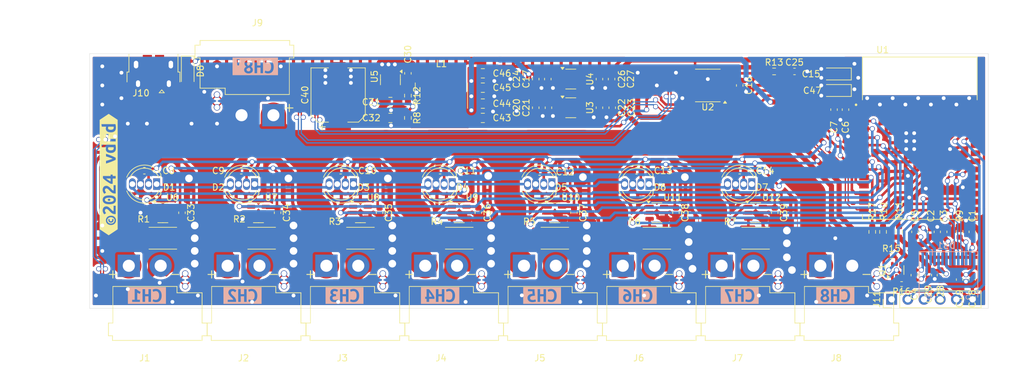
<source format=kicad_pcb>
(kicad_pcb (version 20240108) (generator "pcbnew") (generator_version "8.0")
  (layers (0 "F.Cu" signal) (31 "B.Cu" signal) (34 "B.Paste" user) (35 "F.Paste" user) (36 "B.SilkS" user "B.Silkscreen") (37 "F.SilkS" user "F.Silkscreen") (38 "B.Mask" user) (39 "F.Mask" user) (44 "Edge.Cuts" user))
  (net 0 "")
  (net 1 "Vbus")
  (net 2 "CAN-")
  (net 3 "CAN+")
  (net 4 "/ch1")
  (net 5 "GND")
  (net 6 "/ch2")
  (net 7 "/ch3")
  (net 8 "/ch4")
  (net 9 "/ch5")
  (net 10 "/ch6")
  (net 11 "/ch7")
  (net 12 "Net-(D1-DOUT)")
  (net 13 "Net-(D2-DOUT)")
  (net 14 "Net-(D3-DOUT)")
  (net 15 "Net-(D4-DOUT)")
  (net 16 "Net-(D5-DOUT)")
  (net 17 "Net-(D6-DOUT)")
  (net 19 "+5V")
  (net 20 "LEDdata")
  (net 21 "Net-(U5-FB)")
  (net 23 "Net-(DS1-VCOMH)")
  (net 24 "Net-(DS1-C2N)")
  (net 25 "Net-(DS1-C2P)")
  (net 26 "Net-(DS1-C1P)")
  (net 27 "Net-(DS1-C1N)")
  (net 28 "Net-(DS1-IREF)")
  (net 29 "CHIP_EN")
  (net 30 "TXD0")
  (net 37 "+3V3")
  (net 38 "TWAI-RX")
  (net 39 "TWAI-TX")
  (net 40 "/adc_ch6")
  (net 41 "/adc_ch7")
  (net 42 "/adc_ch1")
  (net 43 "/adc_ch2")
  (net 44 "/adc_ch4")
  (net 45 "/adc_ch5")
  (net 46 "/adc_ch3")
  (net 47 "USB+")
  (net 48 "USB-")
  (net 50 "Vlcd")
  (net 53 "+3V5")
  (net 54 "/sw")
  (net 55 "Net-(U5-CB)")
  (net 56 "LCDen")
  (net 57 "I2C_SDA")
  (net 58 "I2C_SCL")
  (net 59 "Net-(D8-A)")
  (net 60 "RXD0")
  (net 61 "DTR")
  (net 63 "RTS")
  (net 64 "Net-(Q1B-B2)")
  (net 65 "Net-(Q1A-B1)")
  (net 66 "GPIO9")
  (footprint "Package_TO_SOT_SMD:SOT-23-5" (layer "F.Cu") (at 185.5 63.5)
    (property "Reference" "U3")
    (property "Value" "NCP163ASN350T1G")
  )
  (footprint "Resistor_SMD:R_2512_6332Metric" (layer "F.Cu") (at 168 84)
    (property "Reference" "R4")
    (property "Value" "33m")
  )
  (footprint "Capacitor_SMD:C_0603_1608Metric" (layer "F.Cu") (at 133.8 73.4 180)
    (property "Reference" "C9")
    (property "Value" "100nF")
  )
  (footprint "LED_THT:LED_D5.0mm-4_RGB" (layer "F.Cu") (at 197.76 75.5 180)
    (property "Reference" "D6")
    (property "Value" "WS2812d")
  )
  (footprint "Resistor_SMD:R_0603_1608Metric" (layer "F.Cu") (at 232.8 83 90)
    (property "Reference" "R17")
    (property "Value" "560k")
  )
  (footprint "amass:AMASS_XT30(2+2)PW-M_P2.50mm_Horizontal" (layer "F.Cu") (at 116.1575 88.325)
    (property "Reference" "J1")
    (property "Value" "XT30(2+2)PW")
  )
  (footprint "LED_THT:LED_D5.0mm-4_RGB" (layer "F.Cu") (at 135.9 75.5 180)
    (property "Reference" "D2")
    (property "Value" "WS2812d")
  )
  (footprint "Capacitor_SMD:CP_Elec_8x5.4" (layer "F.Cu") (at 149 61.5 90)
    (property "Reference" "C40")
    (property "Value" "100uF")
  )
  (footprint "Capacitor_SMD:C_0603_1608Metric" (layer "F.Cu") (at 239.5 83 90)
    (property "Reference" "C5")
    (property "Value" "1uF")
  )
  (footprint "LED_THT:LED_D5.0mm-4_RGB" (layer "F.Cu") (at 166.9 75.5 180)
    (property "Reference" "D4")
    (property "Value" "WS2812d")
  )
  (footprint "Resistor_SMD:R_0603_1608Metric" (layer "F.Cu") (at 159.95 61.6 -90)
    (property "Reference" "R12")
    (property "Value" "560k")
  )
  (footprint "Capacitor_SMD:C_0805_2012Metric" (layer "F.Cu") (at 171.7 62.85)
    (property "Reference" "C44")
    (property "Value" "4.7uF")
  )
  (footprint "amphenol:USB_Micro-B_Amphenol_10103594-0001LF_Horizontal" (layer "F.Cu") (at 120 57.835 180)
    (property "Reference" "J10")
    (property "Value" "USB_B_Micro")
  )
  (footprint "Capacitor_SMD:C_0603_1608Metric" (layer "F.Cu") (at 244 83 90)
    (property "Reference" "C3")
    (property "Value" "4.7uF")
  )
  (footprint "espressif:XCVR_ESP32-C6-WROOM-1-N8" (layer "F.Cu") (at 240.255 68.29)
    (property "Reference" "U1")
    (property "Value" "ESP32-C6-WROOM-1-N8")
  )
  (footprint "Capacitor_SMD:C_0603_1608Metric" (layer "F.Cu") (at 171 80 -90)
    (property "Reference" "C36")
    (property "Value" "100nF")
  )
  (footprint "Resistor_SMD:R_0603_1608Metric" (layer "F.Cu") (at 234.49 83 90)
    (property "Reference" "R10")
    (property "Value" "1.8k")
  )
  (footprint "Capacitor_Tantalum_SMD:CP_EIA-3216-10_Kemet-I" (layer "F.Cu") (at 227.2 58.2 180)
    (property "Reference" "C15")
    (property "Value" "22uF")
  )
  (footprint "Capacitor_SMD:C_0805_2012Metric" (layer "F.Cu") (at 171.7 58.1)
    (property "Reference" "C46")
    (property "Value" "4.7uF")
  )
  (footprint "Package_TO_SOT_SMD:SOT-363_SC-70-6" (layer "F.Cu") (at 236.6 89 90)
    (property "Reference" "Q1")
    (property "Value" "BC847BDW1")
  )
  (footprint "Package_TO_SOT_SMD:SOT-23-5" (layer "F.Cu") (at 168 80)
    (property "Reference" "U9")
    (property "Value" "INA180A1")
  )
  (footprint "Connector_PinHeader_2.54mm:PinHeader_1x06_P2.54mm_Vertical" (layer "F.Cu") (at 235.84 93.6 90)
    (property "Reference" "J11")
    (property "Value" "Conn_01x06_Pin")
  )
  (footprint "Capacitor_SMD:C_0603_1608Metric" (layer "F.Cu") (at 243.5 89.8 -90)
    (property "Reference" "C28")
    (property "Value" "100nF")
  )
  (footprint "amass:AMASS_XT30(2+2)PW-M_P2.50mm_Horizontal" (layer "F.Cu") (at 193.6575 88.325)
    (property "Reference" "J6")
    (property "Value" "XT30(2+2)PW")
  )
  (footprint "Capacitor_SMD:C_0603_1608Metric" (layer "F.Cu") (at 248.5 83 90)
    (property "Reference" "C1")
    (property "Value" "2.2uF")
  )
  (footprint "Resistor_SMD:R_0603_1608Metric" (layer "F.Cu") (at 159.95 65.1 -90)
    (property "Reference" "R8")
    (property "Value" "560k")
  )
  (footprint "Package_TO_SOT_SMD:SOT-23-5" (layer "F.Cu") (at 121.5 80)
    (property "Reference" "U6")
    (property "Value" "INA180A1")
  )
  (footprint "Capacitor_SMD:C_0603_1608Metric" (layer "F.Cu") (at 124.5 80 -90)
    (property "Reference" "C33")
    (property "Value" "100nF")
  )
  (footprint "amass:AMASS_XT30(2+2)PW-M_P2.50mm_Horizontal" (layer "F.Cu") (at 178.1575 88.325)
    (property "Reference" "J5")
    (property "Value" "XT30(2+2)PW")
  )
  (footprint "Capacitor_SMD:C_0603_1608Metric" (layer "F.Cu") (at 226.8 63.8 -90)
    (property "Reference" "C7")
    (property "Value" "C_Small")
  )
  (footprint "Capacitor_SMD:C_0603_1608Metric" (layer "F.Cu") (at 155.5 80 -90)
    (property "Reference" "C35")
    (property "Value" "100nF")
  )
  (footprint "Capacitor_SMD:C_0603_1608Metric" (layer "F.Cu") (at 220.6 57.8)
    (property "Reference" "C25")
    (property "Value" "C_Small")
  )
  (footprint "Resistor_SMD:R_2512_6332Metric" (layer "F.Cu") (at 137 84)
    (property "Reference" "R2")
    (property "Value" "33m")
  )
  (footprint "Capacitor_SMD:C_0603_1608Metric" (layer "F.Cu") (at 190 63.5 -90)
    (property "Reference" "C22")
    (property "Value" "100nF")
  )
  (footprint "kibuzzard-66B0F829" (layer "F.Cu") (at 113 74 90)
    (property "Reference" "kibuzzard-66B0F829" (hide yes))
    (property "Value" "G***" (hide yes))
  )
  (footprint "Inductor_SMD:L_Bourns_SRN8040TA" (layer "F.Cu") (at 165.2 61.6 90)
    (property "Reference" "L1")
    (property "Value" "22uH")
  )
  (footprint "Package_TO_SOT_SMD:SOT-23-5" (layer "F.Cu") (at 214.5 80)
    (property "Reference" "U12")
    (property "Value" "INA180A1")
  )
  (footprint "Capacitor_SMD:C_0603_1608Metric" (layer "F.Cu") (at 202 80 -90)
    (property "Reference" "C38")
    (property "Value" "100nF")
  )
  (footprint "Resistor_SMD:R_2512_6332Metric" (layer "F.Cu") (at 183 84)
    (property "Reference" "R5")
    (property "Value" "33m")
  )
  (footprint "Capacitor_SMD:C_0603_1608Metric" (layer "F.Cu") (at 180.6 73.6 180)
    (property "Reference" "C12")
    (property "Value" "100nF")
  )
  (footprint "Capacitor_SMD:C_0603_1608Metric" (layer "F.Cu") (at 239.4 89.8 -90)
    (property "Reference" "C4")
    (property "Value" "1uF")
  )
  (footprint "Capacitor_SMD:C_0805_2012Metric" (layer "F.Cu") (at 157.2 65.1)
    (property "Reference" "C32")
    (property "Value" "4.7uF")
  )
  (footprint "LED_THT:LED_D5.0mm-4_RGB" (layer "F.Cu") (at 151.4 75.5 180)
    (property "Reference" "D3")
    (property "Value" "WS2812d")
  )
  (footprint "Capacitor_SMD:C_0603_1608Metric" (layer "F.Cu") (at 242 83 90)
    (property "Reference" "C2")
    (property "Value" "100nF")
  )
  (footprint "Capacitor_SMD:C_0603_1608Metric" (layer "F.Cu") (at 118.6 73.4 180)
    (property "Reference" "C8")
    (property "Value" "100nF")
  )
  (footprint "Package_TO_SOT_SMD:TSOT-23-6" (layer "F.Cu") (at 157.2 59.1 -90)
    (property "Reference" "U5")
    (property "Value" "LMR516xx")
  )
  (footprint "Capacitor_SMD:C_0805_2012Metric" (layer "F.Cu") (at 171.7 65.1)
    (property "Reference" "C43")
    (property "Value" "4.7uF")
  )
  (footprint "Diode_SMD:D_SOD-123" (layer "F.Cu") (at 125.4 57.75 -90)
    (property "Reference" "D8")
    (property "Value" "D_Schottky_Small")
  )
  (footprint "LED_THT:LED_D5.0mm-4_RGB" (layer "F.Cu") (at 120.53 75.5 180)
    (property "Reference" "D1")
    (property "Value" "WS2812d")
  )
  (footprint "Resistor_SMD:R_0603_1608Metric" (layer "F.Cu") (at 246.5 83 90)
    (property "Reference" "R9")
    (property "Value" "560k")
  )
  (footprint "amass:AMASS_XT30(2+2)PW-M_P2.50mm_Horizontal" (layer "F.Cu") (at 138.8425 64.675 180)
    (property "Reference" "J9")
    (property "Value" "XT30(2+2)PW")
  )
  (footprint "Resistor_SMD:R_0603_1608Metric" (layer "F.Cu") (at 237 83 90)
    (property "Reference" "R11")
    (property "Value" "1.8k")
  )
  (footprint "LED_THT:LED_D5.0mm-4_RGB" (layer "F.Cu") (at 182.53 75.5 180)
    (property "Reference" "D5")
    (property "Value" "WS2812d")
  )
  (footprint "Package_TO_SOT_SMD:SOT-23-5" (layer "F.Cu") (at 136.5 80)
    (property "Reference" "U7")
    (property "Value" "INA180A1")
  )
  (footprint "Capacitor_SMD:C_0603_1608Metric" (layer "F.Cu") (at 241.6 89.8 -90)
    (property "Reference" "C29")
    (property "Value" "4.7uF")
  )
  (footprint "amass:AMASS_XT30(2+2)PW-M_P2.50mm_Horizontal" (layer "F.Cu") (at 209.1575 88.325)
    (property "Reference" "J7")
    (property "Value" "XT30(2+2)PW")
  )
  (footprint "Capacitor_SMD:C_0603_1608Metric" (layer "F.Cu") (at 248.5 90.5 -90)
    (property "Reference" "C18")
    (property "Value" "100nF")
  )
  (footprint "Capacitor_SMD:C_0603_1608Metric" (layer "F.Cu") (at 228.6 63.8 -90)
    (property "Reference" "C6")
    (property "Value" "C_Small")
  )
  (footprint "Resistor_SMD:R_2512_6332Metric" (layer "F.Cu") (at 152.5 84)
    (property "Reference" "R3")
    (property "Value" "33m")
  )
  (footprint "Capacitor_SMD:C_0805_2012Metric" (layer "F.Cu") (at 157.2 62.6)
    (property "Reference" "C31")
    (property "Value" "4.7uF")
  )
  (footprint "Capacitor_SMD:C_0603_1608Metric" (layer "F.Cu") (at 186 80 -90)
    (property "Reference" "C37")
    (property "Value" "100nF")
  )
  (footprint "Package_TO_SOT_SMD:SOT-23-5" (layer "F.Cu") (at 183 80)
    (property "Reference" "U10")
    (property "Value" "INA180A1")
  )
  (footprint "amass:AMASS_XT30(2+2)PW-M_P2.50mm_Horizontal" (layer "F.Cu") (at 131.6575 88.325)
    (property "Reference" "J2")
    (property "Value" "XT30(2+2)PW")
  )
  (footprint "Capacitor_SMD:C_0603_1608Metric" (layer "F.Cu") (at 192 63.5 -90)
    (property "Reference" "C23")
    (property "Value" "4.7uF")
  )
  (footprint "Resistor_SMD:R_0402_1005Metric" (layer "F.Cu") (at 237.4 91.2 180)
    (property "Reference" "R16")
    (property "Value" "10k")
  )
  (footprint "Capacitor_SMD:C_0603_1608Metric" (layer "F.Cu") (at 180 59 -90)
    (property "Reference" "C24")
    (property "Value" "100nF")
  )
  (footprint "Package_TO_SOT_SMD:SOT-23-5" (layer "F.Cu") (at 185.5 59)
    (property "Reference" "U4")
    (property "Value" "NCP163ASN330T1G")
  )
  (footprint "Resistor_SMD:R_2512_6332Metric" (layer "F.Cu") (at 214.5 84)
    (property "Reference" "R7")
    (property "Value" "33m")
  )
  (footprint "amass:AMASS_XT30(2+2)PW-M_P2.50mm_Horizontal" (layer "F.Cu") (at 162.6575 88.325)
    (property "Reference" "J4")
    (property "Value" "XT30(2+2)PW")
  )
  (footprint "Package_TO_SOT_SMD:SOT-23-5" (layer "F.Cu") (at 199 80)
    (property "Reference" "U11")
    (property "Value" "INA180A1")
  )
  (footprint "Capacitor_SMD:C_0603_1608Metric" (layer "F.Cu") (at 182 63.5 -90)
    (property "Reference" "C21")
    (property "Value" "4.7uF")
  )
  (footprint "Capacitor_SMD:C_0603_1608Metric" (layer "F.Cu") (at 246.5 90.5 -90)
    (property "Reference" "C19")
    (property "Value" "4.7uF")
  )
  (footprint "Capacitor_SMD:C_0603_1608Metric" (layer "F.Cu") (at 159.95 58.1 -90)
    (property "Reference" "C30")
    (property "Value" "100nF")
  )
  (footprint "Capacitor_SMD:C_0603_1608Metric" (layer "F.Cu") (at 195.8 73.4 180)
    (property "Reference" "C13")
    (property "Value" "100nF")
  )
  (footprint "Capacitor_SMD:C_0603_1608Metric" (layer "F.Cu") (at 212 73.4 180)
    (property "Reference" "C14")
    (property "Value" "100nF")
  )
  (footprint "Resistor_SMD:R_2512_6332Metric" (layer "F.Cu") (at 199 84)
    (property "Reference" "R6")
    (property "Value" "33m")
  )
  (footprint "Resistor_SMD:R_0603_1608Metric" (layer "F.Cu") (at 217.4 57.8)
    (property "Reference" "R13")
    (property "Value" "560k")
  )
  (footprint "Package_SO:SOIC-8_3.9x4.9mm_P1.27mm" (layer "F.Cu") (at 207 60 180)
    (property "Reference" "U2")
    (property "Value" "TJA1051T-3")
  )
  (footprint "LED_THT:LED_D5.0mm-4_RGB" (layer "F.Cu") (at 213.9 75.5 180)
    (property "Reference" "D7")
    (property "Value" "WS2812d")
  )
  (footprint "Capacitor_SMD:C_0805_2012Metric" (layer "F.Cu") (at 171.7 60.35)
    (property "Reference" "C45")
    (property "Value" "4.7uF")
  )
  (footprint "Capacitor_SMD:C_0603_1608Metric" (layer "F.Cu") (at 165 73.4 180)
    (property "Reference" "C11")
    (property "Value" "100nF")
  )
  (footprint "Capacitor_SMD:C_0603_1608Metric" (layer "F.Cu") (at 149.4 73.4 180)
    (property "Reference" "C10")
    (property "Value" "100nF")
  )
  (footprint "Capacitor_SMD:C_0603_1608Metric" (layer "F.Cu") (at 217.5 80 -90)
    (property "Reference" "C39")
    (property "Value" "100nF")
  )
  (footprint "Capacitor_SMD:C_0603_1608Metric" (layer "F.Cu") (at 139.5 80 -90)
    (property "Reference" "C34")
    (property "Value" "100nF")
  )
  (footprint "Capacitor_SMD:C_0603_1608Metric" (layer "F.Cu") (at 180 63.5 -90)
    (property "Reference" "C20")
    (property "Value" "100nF")
  )
  (footprint "Resistor_SMD:R_2512_6332Metric" (layer "F.Cu") (at 121.5 84)
    (property "Reference" "R1")
    (property "Value" "33m")
  )
  (footprint "Capacitor_SMD:C_0603_1608Metric" (layer "F.Cu") (at 191.9 59 -90)
    (property "Reference" "C27")
    (property "Value" "4.7uF")
  )
  (footprint "Capacitor_Tantalum_SMD:CP_EIA-3216-10_Kemet-I" (layer "F.Cu") (at 227.2 60.8 180)
    (property "Reference" "C47")
    (property "Value" "22uF")
  )
  (footprint "Capacitor_SMD:C_0603_1608Metric" (layer "F.Cu") (at 181.9 59 -90)
    (property "Reference" "C17")
    (property "Value" "4.7uF")
  )
  (footprint "amass:AMASS_XT30(2+2)PW-M_P2.50mm_Horizontal" (layer "F.Cu") (at 224.6575 88.325)
    (property "Reference" "J8")
    (property "Value" "XT30(2+2)PW")
  )
  (footprint "Resistor_SMD:R_0402_1005Metric" (layer "F.Cu") (at 235.8 86.8)
    (property "Reference" "R15")
    (property "Value" "10k")
  )
  (footprint "amass:AMASS_XT30(2+2)PW-M_P2.50mm_Horizontal" (layer "F.Cu") (at 147.1575 88.325)
    (property "Reference" "J3")
    (property "Value" "XT30(2+2)PW")
  )
  (footprint "Capacitor_SMD:C_0603_1608Metric" (layer "F.Cu") (at 212 60 -90)
    (property "Reference" "C16")
    (property "Value" "100nF")
  )
  (footprint "Capacitor_SMD:C_0603_1608Metric" (layer "F.Cu") (at 190 59 -90)
    (property "Reference" "C26")
    (property "Value" "100nF")
  )
  (footprint "Package_TO_SOT_SMD:SOT-23-5" (layer "F.Cu") (at 152.5 80)
    (property "Reference" "U8")
    (property "Value" "INA180A1")
  )
  (footprint "kibuzzard-66B0F7A6" (layer "B.Cu") (at 181 93 180)
    (property "Reference" "kibuzzard-66B0F7A6" (hide yes))
    (property "Value" "G***" (hide yes))
  )
  (footprint "kibuzzard-66B0F7CD" (layer "B.Cu") (at 227 93 180)
    (property "Reference" "kibuzzard-66B0F7CD" (hide yes))
    (property "Value" "G***" (hide yes))
  )
  (footprint "kibuzzard-66B0F7B5" (layer "B.Cu") (at 196 93 180)
    (property "Reference" "kibuzzard-66B0F7B5" (hide yes))
    (property "Value" "G***" (hide yes))
  )
  (footprint "kibuzzard-66B0F76D" (layer "B.Cu") (at 134 93 180)
    (property "Reference" "kibuzzard-66B0F76D" (hide yes))
    (property "Value" "G***" (hide yes))
  )
  (footprint "kibuzzard-66B0F7F4" (layer "B.Cu") (at 136 57 180)
    (property "Reference" "kibuzzard-66B0F7F4" (hide yes))
    (property "Value" "G***" (hide yes))
  )
  (footprint "display:OLED-60032D" (layer "B.Cu") (at 244.75 87.25)
    (property "Reference" "DS1")
    (property "Value" "Newvisio-X032-6032TSWAG02")
  )
  (footprint "kibuzzard-66B0F792" (layer "B.Cu") (at 165 93 180)
    (property "Reference" "kibuzzard-66B0F792" (hide yes))
    (property "Value" "G***" (hide yes))
  )
  (footprint "kibuzzard-66B0F741" (layer "B.Cu") (at 119 93 180)
    (property "Reference" "kibuzzard-66B0F741" (hide yes))
    (property "Value" "G***" (hide yes))
  )
  (footprint "kibuzzard-66B0F7C1" (layer "B.Cu") (at 212 93 180)
    (property "Reference" "kibuzzard-66B0F7C1" (hide yes))
    (property "Value" "G***" (hide yes))
  )
  (footprint "kibuzzard-66B0F77B" (layer "B.Cu") (at 150 93 180)
    (property "Reference" "kibuzzard-66B0F77B" (hide yes))
    (property "Value" "G***" (hide yes))
  )
  (gr_line (start 110 55) (end 110 95) (stroke (width 0.05)) (layer "Edge.Cuts"))
  (gr_line (start 251 55) (end 110 55) (stroke (width 0.05)) (layer "Edge.Cuts"))
  (gr_line (start 251 95) (end 251 55) (stroke (width 0.05)) (layer "Edge.Cuts"))
  (gr_line (start 110 95) (end 251 95) (stroke (width 0.05)) (layer "Edge.Cuts"))
  (segment (start 132.5 69) (end 125.5 69) (width 4) (layer "F.Cu") (net 1))
  (segment (start 192.5 80) (end 191 78.5) (width 4) (layer "F.Cu") (net 1))
  (segment (start 191 72.5) (end 188.5 70) (width 4) (layer "F.Cu") (net 1))
  (segment (start 157.5 70) (end 162.5 70) (width 4) (layer "F.Cu") (net 1))
  (segment (start 130.5 87.1675) (end 130.5 80) (width 4) (layer "F.Cu") (net 1))
  (segment (start 138.8425 66.8425) (end 144.5 72.5) (width 4) (layer "F.Cu") (net 1))
  (segment (start 126.5 70) (end 131.5 70) (width 4) (layer "F.Cu") (net 1))
  (segment (start 172 69) (end 173 70) (width 4) (layer "F.Cu") (net 1))
  (segment (start 191 78.5) (end 191 72.5) (width 4) (layer "F.Cu") (net 1))
  (segment (start 125.5 69) (end 117.570892 69) (width 4) (layer "F.Cu") (net 1))
  (segment (start 178 70) (end 179 69) (width 4) (layer "F.Cu") (net 1))
  (segment (start 208 87.1675) (end 208 79.5) (width 4) (layer "F.Cu") (net 1))
  (segment (start 113.5 73.070892) (end 113.5 79) (width 4) (layer "F.Cu") (net 1))
  (segment (start 147.1575 88.325) (end 146 87.1675) (width 4) (layer "F.Cu") (net 1))
  (segment (start 207 72.5) (end 209 70.5) (width 4) (layer "F.Cu") (net 1))
  (segment (start 160 78.5) (end 160 72.5) (width 4) (layer "F.Cu") (net 1))
  (segment (start 129 72.5) (end 131.5 70) (width 4) (layer "F.Cu") (net 1))
  (segment (start 160 72.5) (end 162.5 70) (width 4) (layer "F.Cu") (net 1))
  (segment (start 115 80.5) (end 115 87.1675) (width 4) (layer "F.Cu") (net 1))
  (segment (start 162.6575 88.325) (end 161.5 87.1675) (width 4) (layer "F.Cu") (net 1))
  (segment (start 161.5 80) (end 160 78.5) (width 4) (layer "F.Cu") (net 1))
  (segment (start 162.5 70) (end 163.5 69) (width 4) (layer "F.Cu") (net 1))
  (segment (start 115 87.1675) (end 116.1575 88.325) (width 4) (layer "F.Cu") (net 1))
  (segment (start 223.5 87.1675) (end 223.5 77) (width 4) (layer "F.Cu") (net 1))
  (segment (start 175.5 78) (end 175.5 72.5) (width 4) (layer "F.Cu") (net 1))
  (segment (start 161.5 87.1675) (end 161.5 80) (width 4) (layer "F.Cu") (net 1))
  (segment (start 178 70) (end 173 70) (width 4) (layer "F.Cu") (net 1))
  (segment (start 156.25 65.1) (end 155.7 64.55) (width 0.8) (layer "F.Cu") (net 1))
  (segment (start 193.5 70) (end 194.5 69) (width 4) (layer "F.Cu") (net 1))
  (segment (start 205 69) (end 204 70) (width 4) (layer "F.Cu") (net 1))
  (segment (start 175.5 72.5) (end 178 70) (width 4) (layer "F.Cu") (net 1))
  (segment (start 149 64.55) (end 149 68) (width 4) (layer "F.Cu") (net 1))
  (segment (start 209 69) (end 205 69) (width 4) (layer "F.Cu") (net 1))
  (segment (start 146 79.5) (end 144.5 78) (width 4) (layer "F.Cu") (net 1))
  (segment (start 138.8425 66.8425) (end 136.685 69) (width 4) (layer "F.Cu") (net 1))
  (segment (start 179 69) (end 187.5 69) (width 4) (layer "F.Cu") (net 1))
  (segment (start 204.5 70) (end 204 70) (width 4) (layer "F.Cu") (net 1))
  (segment (start 187.5 69) (end 188.5 70) (width 4) (layer "F.Cu") (net 1))
  (segment (start 131.6575 88.325) (end 130.5 87.1675) (width 4) (layer "F.Cu") (net 1))
  (segment (start 176.5 86.6675) (end 176.5 79) (width 4) (layer "F.Cu") (net 1))
  (segment (start 175.5 72.5) (end 173 70) (width 4) (layer "F.Cu") (net 1))
  (segment (start 163.5 69) (end 172 69) (width 4) (layer "F.Cu") (net 1))
  (segment (start 156.5 69) (end 157.5 70) (width 4) (layer "F.Cu") (net 1))
  (segment (start 209 70.5) (end 209 69) (width 4) (layer "F.Cu") (net 1))
  (segment (start 208 79.5) (end 207 78.5) (width 4) (layer "F.Cu") (net 1))
  (segment (start 224.6575 88.325) (end 223.5 87.1675) (width 4) (layer "F.Cu") (net 1))
  (segment (start 129 78.5) (end 129 72.5) (width 4) (layer "F.Cu") (net 1))
  (segment (start 130.5 80) (end 129 78.5) (width 4) (layer "F.Cu") (net 1))
  (segment (start 131.5 70) (end 132.5 69) (width 4) (layer "F.Cu") (net 1))
  (segment (start 209.1575 88.325) (end 208 87.1675) (width 4) (layer "F.Cu") (net 1))
  (segment (start 138.8425 64.675) (end 138.8425 66.8425) (width 4) (layer "F.Cu") (net 1))
  (segment (start 215.5 69) (end 132.5 69) (width 4) (layer "F.Cu") (net 1))
  (segment (start 207 78.5) (end 207 72.5) (width 4) (layer "F.Cu") (net 1))
  (segment (start 192.5 87.1675) (end 192.5 80) (width 4) (layer "F.Cu") (net 1))
  (segment (start 223.5 77) (end 215.5 69) (width 4) (layer "F.Cu") (net 1))
  (segment (start 191 72.5) (end 193.5 70) (width 4) (layer "F.Cu") (net 1))
  (segment (start 203 69) (end 204 70) (width 4) (layer "F.Cu") (net 1))
  (segment (start 149 68) (end 144.5 72.5) (width 4) (layer "F.Cu") (net 1))
  (segment (start 113.5 79) (end 115 80.5) (width 4) (layer "F.Cu") (net 1))
  (segment (start 129 72.5) (end 126.5 70) (width 4) (layer "F.Cu") (net 1))
  (segment (start 126.5 70) (end 125.5 69) (width 4) (layer "F.Cu") (net 1))
  (segment (start 176.5 79) (end 175.5 78) (width 4) (layer "F.Cu") (net 1))
  (segment (start 188.5 70) (end 193.5 70) (width 4) (layer "F.Cu") (net 1))
  (segment (start 155.7 64.55) (end 149 64.55) (width 0.8) (layer "F.Cu") (net 1))
  (segment (start 136.685 69) (end 132.5 69) (width 4) (layer "F.Cu") (net 1))
  (segment (start 144.5 78) (end 144.5 72.5) (width 4) (layer "F.Cu") (net 1))
  (segment (start 193.6575 88.325) (end 192.5 87.1675) (width 4) (layer "F.Cu") (net 1))
  (segment (start 160 72.5) (end 157.5 70) (width 4) (layer "F.Cu") (net 1))
  (segment (start 178.1575 88.325) (end 176.5 86.6675) (width 4) (layer "F.Cu") (net 1))
  (segment (start 117.570892 69) (end 113.5 73.070892) (width 4) (layer "F.Cu") (net 1))
  (segment (start 146 87.1675) (end 146 79.5) (width 4) (layer "F.Cu") (net 1))
  (segment (start 207 72.5) (end 204.5 70) (width 4) (layer "F.Cu") (net 1))
  (segment (start 194.5 69) (end 203 69) (width 4) (layer "F.Cu") (net 1))
  (segment (start 140.5075 91.555) (end 141.282499 90.780001) (width 0.2) (layer "F.Cu") (net 2))
  (segment (start 143.9068 92.225) (end 153.0932 92.225) (width 0.2) (layer "F.Cu") (net 2))
  (segment (start 202.652499 59.775) (end 203.062499 59.365) (width 0.2) (layer "F.Cu") (net 2))
  (segment (start 172.282499 90.780001) (end 173.461801 90.780001) (width 0.2) (layer "F.Cu") (net 2))
  (segment (start 184.0932 92.225) (end 185.538199 90.780001) (width 0.2) (layer "F.Cu") (net 2))
  (segment (start 157.461801 90.780001) (end 158.9068 92.225) (width 0.2) (layer "F.Cu") (net 2))
  (segment (start 201.7068 59.775) (end 202.652499 59.775) (width 0.2) (layer "F.Cu") (net 2))
  (segment (start 142.461801 90.780001) (end 143.9068 92.225) (width 0.2) (layer "F.Cu") (net 2))
  (segment (start 140.0932 60.775) (end 143.225001 63.906801) (width 0.2) (layer "F.Cu") (net 2))
  (segment (start 111.737397 89.11232) (end 111.437398 88.812321) (width 0.2) (layer "F.Cu") (net 2))
  (segment (start 220.9068 92.225) (end 230.0932 92.225) (width 0.2) (layer "F.Cu") (net 2))
  (segment (start 218.782499 90.780001) (end 219.461801 90.780001) (width 0.2) (layer "F.Cu") (net 2))
  (segment (start 186.232501 90.780001) (end 187.0075 91.555) (width 0.2) (layer "F.Cu") (net 2))
  (segment (start 131.461801 62.219999) (end 132.9068 60.775) (width 0.2) (layer "F.Cu") (net 2))
  (segment (start 203.282499 90.780001) (end 204.461801 90.780001) (width 0.2) (layer "F.Cu") (net 2))
  (segment (start 156.782499 90.780001) (end 157.461801 90.780001) (width 0.2) (layer "F.Cu") (net 2))
  (segment (start 200.774999 60.706801) (end 201.7068 59.775) (width 0.2) (layer "F.Cu") (net 2))
  (segment (start 169.538199 90.780001) (end 170.732501 90.780001) (width 0.2) (layer "F.Cu") (net 2))
  (segment (start 189.9068 92.225) (end 199.0932 92.225) (width 0.2) (layer "F.Cu") (net 2))
  (segment (start 125.3068 63.975) (end 127.061801 62.219999) (width 0.2) (layer "F.Cu") (net 2))
  (segment (start 129.9925 61.445) (end 130.767499 62.219999) (width 0.2) (layer "F.Cu") (net 2))
  (segment (start 204.461801 90.780001) (end 205.9068 92.225) (width 0.2) (layer "F.Cu") (net 2))
  (segment (start 113.8409 92.1591) (end 114.9068 93.225) (width 0.2) (layer "F.Cu") (net 2))
  (segment (start 123.538199 90.780001) (end 121.0932 93.225) (width 0.2) (layer "F.Cu") (net 2))
  (segment (start 153.0932 92.225) (end 154.538199 90.780001) (width 0.2) (layer "F.Cu") (net 2))
  (segment (start 205.9068 92.225) (end 215.0932 92.225) (width 0.2) (layer "F.Cu") (net 2))
  (segment (start 174.9068 92.225) (end 184.0932 92.225) (width 0.2) (layer "F.Cu") (net 2))
  (segment (start 217.232501 90.780001) (end 218.0075 91.555) (width 0.2) (layer "F.Cu") (net 2))
  (segment (start 140.5075 91.555) (end 139.732501 90.780001) (width 0.2) (layer "F.Cu") (net 2))
  (segment (start 141.282499 90.780001) (end 142.461801 90.780001) (width 0.2) (layer "F.Cu") (net 2))
  (segment (start 219.461801 90.780001) (end 220.9068 92.225) (width 0.2) (layer "F.Cu") (net 2))
  (segment (start 111.737397 67.144403) (end 114.9068 63.975) (width 0.2) (layer "F.Cu") (net 2))
  (segment (start 187.0075 91.555) (end 187.782499 90.780001) (width 0.2) (layer "F.Cu") (net 2))
  (segment (start 216.538199 90.780001) (end 217.232501 90.780001) (width 0.2) (layer "F.Cu") (net 2))
  (segment (start 199.0932 92.225) (end 200.538199 90.780001) (width 0.2) (layer "F.Cu") (net 2))
  (segment (start 129.217501 62.219999) (end 129.9925 61.445) (width 0.2) (layer "F.Cu") (net 2))
  (segment (start 156.0075 91.555) (end 156.782499 90.780001) (width 0.2) (layer "F.Cu") (net 2))
  (segment (start 127.061801 62.219999) (end 129.217501 62.219999) (width 0.2) (layer "F.Cu") (net 2))
  (segment (start 143.225001 64.700001) (end 143.525 65) (width 0.2) (layer "F.Cu") (net 2))
  (segment (start 230.0932 92.225) (end 231.538199 90.780001) (width 0.2) (layer "F.Cu") (net 2))
  (segment (start 168.0932 92.225) (end 169.538199 90.780001) (width 0.2) (layer "F.Cu") (net 2))
  (segment (start 126.461801 90.780001) (end 125.782499 90.780001) (width 0.2) (layer "F.Cu") (net 2))
  (segment (start 203.062499 59.365) (end 204.525 59.365) (width 0.2) (layer "F.Cu") (net 2))
  (segment (start 127.9068 92.225) (end 126.461801 90.780001) (width 0.2) (layer "F.Cu") (net 2))
  (segment (start 111.437398 68.5) (end 111.737397 68.200001) (width 0.2) (layer "F.Cu") (net 2))
  (segment (start 218.0075 91.555) (end 218.782499 90.780001) (width 0.2) (layer "F.Cu") (net 2))
  (segment (start 201.732501 90.780001) (end 202.5075 91.555) (width 0.2) (layer "F.Cu") (net 2))
  (segment (start 158.9068 92.225) (end 168.0932 92.225) (width 0.2) (layer "F.Cu") (net 2))
  (segment (start 188.461801 90.780001) (end 189.9068 92.225) (width 0.2) (layer "F.Cu") (net 2))
  (segment (start 125.0075 91.555) (end 124.232501 90.780001) (width 0.2) (layer "F.Cu") (net 2))
  (segment (start 185.538199 90.780001) (end 186.232501 90.780001) (width 0.2) (layer "F.Cu") (net 2))
  (segment (start 202.5075 91.555) (end 203.282499 90.780001) (width 0.2) (layer "F.Cu") (net 2))
  (segment (start 137.0932 92.225) (end 127.9068 92.225) (width 0.2) (layer "F.Cu") (net 2))
  (segment (start 155.232501 90.780001) (end 156.0075 91.555) (width 0.2) (layer "F.Cu") (net 2))
  (segment (start 124.232501 90.780001) (end 123.538199 90.780001) (width 0.2) (layer "F.Cu") (net 2))
  (segment (start 187.782499 90.780001) (end 188.461801 90.780001) (width 0.2) (layer "F.Cu") (net 2))
  (segment (start 200.538199 90.780001) (end 201.732501 90.780001) (width 0.2) (layer "F.Cu") (net 2))
  (segment (start 125.782499 90.780001) (end 125.0075 91.555) (width 0.2) (layer "F.Cu") (net 2))
  (segment (start 111.737397 68.200001) (end 111.737397 67.144403) (width 0.2) (layer "F.Cu") (net 2))
  (segment (start 215.0932 92.225) (end 216.538199 90.780001) (width 0.2) (layer "F.Cu") (net 2))
  (segment (start 121.0932 93.225) (end 114.9068 93.225) (width 0.2) (layer "F.Cu") (net 2))
  (segment (start 173.461801 90.780001) (end 174.9068 92.225) (width 0.2) (layer "F.Cu") (net 2))
  (segment (start 139.732501 90.780001) (end 138.538199 90.780001) (width 0.2) (layer "F.Cu") (net 2))
  (segment (start 232.732501 90.780001) (end 233.5075 91.555) (width 0.2) (layer "F.Cu") (net 2))
  (segment (start 132.9068 60.775) (end 140.0932 60.775) (width 0.2) (layer "F.Cu") (net 2))
  (segment (start 200.475 61.75) (end 200.774999 61.450001) (width 0.2) (layer "F.Cu") (net 2))
  (segment (start 138.538199 90.780001) (end 137.0932 92.225) (width 0.2) (layer "F.Cu") (net 2))
  (segment (start 143.225001 63.906801) (end 143.225001 64.700001) (width 0.2) (layer "F.Cu") (net 2))
  (segment (start 200.774999 61.450001) (end 200.774999 60.706801) (width 0.2) (layer "F.Cu") (net 2))
  (segment (start 130.767499 62.219999) (end 131.461801 62.219999) (width 0.2) (layer "F.Cu") (net 2))
  (segment (start 114.9068 63.975) (end 125.3068 63.975) (width 0.2) (layer "F.Cu") (net 2))
  (segment (start 170.732501 90.780001) (end 171.5075 91.555) (width 0.2) (layer "F.Cu") (net 2))
  (segment (start 171.5075 91.555) (end 172.282499 90.780001) (width 0.2) (layer "F.Cu") (net 2))
  (segment (start 231.538199 90.780001) (end 232.732501 90.780001) (width 0.2) (layer "F.Cu") (net 2))
  (segment (start 114.9068 93.225) (end 111.737397 90.055597) (width 0.2) (layer "F.Cu") (net 2))
  (segment (start 154.538199 90.780001) (end 155.232501 90.780001) (width 0.2) (layer "F.Cu") (net 2))
  (segment (start 111.737397 90.055597) (end 111.737397 89.11232) (width 0.2) (layer "F.Cu") (net 2))
  (via (at 143.525 65) (size 0.8) (drill 0.6) (layers "F.Cu" "B.Cu") (net 2))
  (via (at 111.437398 88.812321) (size 0.8) (drill 0.6) (layers "F.Cu" "B.Cu") (net 2))
  (via (at 111.437398 68.5) (size 0.8) (drill 0.6) (layers "F.Cu" "B.Cu") (net 2))
  (via (at 200.475 61.75) (size 0.8) (drill 0.6) (layers "F.Cu" "B.Cu") (net 2))
  (segment (start 111.737397 68.944403) (end 110.6 70.0818) (width 0.2) (layer "B.Cu") (net 2))
  (segment (start 192.1068 68.575) (end 195.9068 64.775) (width 0.2) (layer "B.Cu") (net 2))
  (segment (start 110.6 70.0818) (end 110.6 86.9182) (width 0.2) (layer "B.Cu") (net 2))
  (segment (start 111.737397 68.799999) (end 111.737397 68.944403) (width 0.2) (layer "B.Cu") (net 2))
  (segment (start 111.437398 68.5) (end 111.737397 68.799999) (width 0.2) (layer "B.Cu") (net 2))
  (segment (start 111.737397 88.055597) (end 111.737397 88.512322) (width 0.2) (layer "B.Cu") (net 2))
  (segment (start 195.9068 64.775) (end 199.1068 64.775) (width 0.2) (layer "B.Cu") (net 2))
  (segment (start 110.6 86.9182) (end 111.737397 88.055597) (width 0.2) (layer "B.Cu") (net 2))
  (segment (start 200.774999 62.049999) (end 200.475 61.75) (width 0.2) (layer "B.Cu") (net 2))
  (segment (start 143.525 65) (end 143.225 65.3) (width 0.2) (layer "B.Cu") (net 2))
  (segment (start 111.737397 88.512322) (end 111.437398 88.812321) (width 0.2) (layer "B.Cu") (net 2))
  (segment (start 200.774999 63.106801) (end 200.774999 62.049999) (width 0.2) (layer "B.Cu") (net 2))
  (segment (start 143.225 67.5068) (end 144.2932 68.575) (width 0.2) (layer "B.Cu") (net 2))
  (segment (start 144.2932 68.575) (end 192.1068 68.575) (width 0.2) (layer "B.Cu") (net 2))
  (segment (start 199.1068 64.775) (end 200.774999 63.106801) (width 0.2) (layer "B.Cu") (net 2))
  (segment (start 143.225 65.3) (end 143.225 67.5068) (width 0.2) (layer "B.Cu") (net 2))
  (segment (start 129.217501 62.670001) (end 129.9925 63.445) (width 0.2) (layer "F.Cu") (net 3))
  (segment (start 155.232501 90.329999) (end 156.0075 89.555) (width 0.2) (layer "F.Cu") (net 3))
  (segment (start 133.0932 61.225) (end 139.9068 61.225) (width 0.2) (layer "F.Cu") (net 3))
  (segment (start 170.732501 90.329999) (end 171.5075 89.555) (width 0.2) (layer "F.Cu") (net 3))
  (segment (start 198.9068 91.775) (end 200.351801 90.329999) (width 0.2) (layer "F.Cu") (net 3))
  (segment (start 187.0075 89.555) (end 187.782499 90.329999) (width 0.2) (layer "F.Cu") (net 3))
  (segment (start 131.648199 62.670001) (end 133.0932 61.225) (width 0.2) (layer "F.Cu") (net 3))
  (segment (start 173.648199 90.329999) (end 175.0932 91.775) (width 0.2) (layer "F.Cu") (net 3))
  (segment (start 218.782499 90.329999) (end 219.648199 90.329999) (width 0.2) (layer "F.Cu") (net 3))
  (segment (start 127.248199 62.670001) (end 129.217501 62.670001) (width 0.2) (layer "F.Cu") (net 3))
  (segment (start 142.774999 64.700001) (end 142.475 65) (width 0.2) (layer "F.Cu") (net 3))
  (segment (start 124.232501 90.329999) (end 123.351801 90.329999) (width 0.2) (layer "F.Cu") (net 3))
  (segment (start 130.767499 62.670001) (end 131.648199 62.670001) (width 0.2) (layer "F.Cu") (net 3))
  (segment (start 156.0075 89.555) (end 156.782499 90.329999) (width 0.2) (layer "F.Cu") (net 3))
  (segment (start 125.0075 89.555) (end 124.232501 90.329999) (width 0.2) (layer "F.Cu") (net 3))
  (segment (start 203.282499 90.329999) (end 204.648199 90.329999) (width 0.2) (layer "F.Cu") (net 3))
  (segment (start 214.9068 91.775) (end 216.351801 90.329999) (width 0.2) (layer "F.Cu") (net 3))
  (segment (start 129.9925 63.445) (end 130.767499 62.670001) (width 0.2) (layer "F.Cu") (net 3))
  (segment (start 201.225001 60.893199) (end 201.8932 60.225) (width 0.2) (layer "F.Cu") (net 3))
  (segment (start 112.187399 68.200001) (end 112.187399 67.330801) (width 0.2) (layer "F.Cu") (net 3))
  (segment (start 186.232501 90.329999) (end 187.0075 89.555) (width 0.2) (layer "F.Cu") (net 3))
  (segment (start 125.4932 64.425) (end 127.248199 62.670001) (width 0.2) (layer "F.Cu") (net 3))
  (segment (start 202.652499 60.225) (end 203.062499 60.635) (width 0.2) (layer "F.Cu") (net 3))
  (segment (start 141.282499 90.329999) (end 142.648199 90.329999) (width 0.2) (layer "F.Cu") (net 3))
  (segment (start 126.648199 90.329999) (end 125.782499 90.329999) (width 0.2) (layer "F.Cu") (net 3))
  (segment (start 123.351801 90.329999) (end 120.9068 92.775) (width 0.2) (layer "F.Cu") (net 3))
  (segment (start 125.782499 90.329999) (end 125.0075 89.555) (width 0.2) (layer "F.Cu") (net 3))
  (segment (start 114.1591 91.8409) (end 115.0932 92.775) (width 0.2) (layer "F.Cu") (net 3))
  (segment (start 142.648199 90.329999) (end 144.0932 91.775) (width 0.2) (layer "F.Cu") (net 3))
  (segment (start 175.0932 91.775) (end 183.9068 91.775) (width 0.2) (layer "F.Cu") (net 3))
  (segment (start 128.0932 91.775) (end 126.648199 90.329999) (width 0.2) (layer "F.Cu") (net 3))
  (segment (start 142.774999 64.093199) (end 142.774999 64.700001) (width 0.2) (layer "F.Cu") (net 3))
  (segment (start 169.351801 90.329999) (end 170.732501 90.329999) (width 0.2) (layer "F.Cu") (net 3))
  (segment (start 157.648199 90.329999) (end 159.0932 91.775) (width 0.2) (layer "F.Cu") (net 3))
  (segment (start 206.0932 91.775) (end 214.9068 91.775) (width 0.2) (layer "F.Cu") (net 3))
  (segment (start 120.9068 92.775) (end 115.0932 92.775) (width 0.2) (layer "F.Cu") (net 3))
  (segment (start 172.282499 90.329999) (end 173.648199 90.329999) (width 0.2) (layer "F.Cu") (net 3))
  (segment (start 140.5075 89.555) (end 141.282499 90.329999) (width 0.2) (layer "F.Cu") (net 3))
  (segment (start 138.351801 90.329999) (end 136.9068 91.775) (width 0.2) (layer "F.Cu") (net 3))
  (segment (start 115.0932 92.775) (end 112.187399 89.869199) (width 0.2) (layer "F.Cu") (net 3))
  (segment (start 112.187399 89.11232) (end 112.487398 88.812321) (width 0.2) (layer "F.Cu") (net 3))
  (segment (start 203.062499 60.635) (end 204.525 60.635) (width 0.2) (layer "F.Cu") (net 3))
  (segment (start 112.487398 68.5) (end 112.187399 68.200001) (width 0.2) (layer "F.Cu") (net 3))
  (segment (start 201.8932 60.225) (end 202.652499 60.225) (width 0.2) (layer "F.Cu") (net 3))
  (segment (start 200.351801 90.329999) (end 201.732501 90.329999) (width 0.2) (layer "F.Cu") (net 3))
  (segment (start 112.187399 67.330801) (end 115.0932 64.425) (width 0.2) (layer "F.Cu") (net 3))
  (segment (start 167.9068 91.775) (end 169.351801 90.329999) (width 0.2) (layer "F.Cu") (net 3))
  (segment (start 139.732501 90.329999) (end 138.351801 90.329999) (width 0.2) (layer "F.Cu") (net 3))
  (segment (start 221.0932 91.775) (end 229.9068 91.775) (width 0.2) (layer "F.Cu") (net 3))
  (segment (start 218.0075 89.555) (end 218.782499 90.329999) (width 0.2) (layer "F.Cu") (net 3))
  (segment (start 231.351801 90.329999) (end 232.732501 90.329999) (width 0.2) (layer "F.Cu") (net 3))
  (segment (start 115.0932 64.425) (end 125.4932 64.425) (width 0.2) (layer "F.Cu") (net 3))
  (segment (start 201.732501 90.329999) (end 202.5075 89.555) (width 0.2) (layer "F.Cu") (net 3))
  (segment (start 202.5075 89.555) (end 203.282499 90.329999) (width 0.2) (layer "F.Cu") (net 3))
  (segment (start 219.648199 90.329999) (end 221.0932 91.775) (width 0.2) (layer "F.Cu") (net 3))
  (segment (start 204.648199 90.329999) (end 206.0932 91.775) (width 0.2) (layer "F.Cu") (net 3))
  (segment (start 139.9068 61.225) (end 142.774999 64.093199) (width 0.2) (layer "F.Cu") (net 3))
  (segment (start 188.648199 90.329999) (end 190.0932 91.775) (width 0.2) (layer "F.Cu") (net 3))
  (segment (start 154.351801 90.329999) (end 155.232501 90.329999) (width 0.2) (layer "F.Cu") (net 3))
  (segment (start 140.5075 89.555) (end 139.732501 90.329999) (width 0.2) (layer "F.Cu") (net 3))
  (segment (start 190.0932 91.775) (end 198.9068 91.775) (width 0.2) (layer "F.Cu") (net 3))
  (segment (start 112.487398 68.086397) (end 112.487398 68.5) (width 0.2) (layer "F.Cu") (net 3))
  (segment (start 217.232501 90.329999) (end 218.0075 89.555) (width 0.2) (layer "F.Cu") (net 3))
  (segment (start 232.732501 90.329999) (end 233.5075 89.555) (width 0.2) (layer "F.Cu") (net 3))
  (segment (start 216.351801 90.329999) (end 217.232501 90.329999) (width 0.2) (layer "F.Cu") (net 3))
  (segment (start 229.9068 91.775) (end 231.351801 90.329999) (width 0.2) (layer "F.Cu") (net 3))
  (segment (start 112.187399 89.869199) (end 112.187399 89.11232) (width 0.2) (layer "F.Cu") (net 3))
  (segment (start 156.782499 90.329999) (end 157.648199 90.329999) (width 0.2) (layer "F.Cu") (net 3))
  (segment (start 152.9068 91.775) (end 154.351801 90.329999) (width 0.2) (layer "F.Cu") (net 3))
  (segment (start 187.782499 90.329999) (end 188.648199 90.329999) (width 0.2) (layer "F.Cu") (net 3))
  (segment (start 201.525 61.75) (end 201.225001 61.450001) (width 0.2) (layer "F.Cu") (net 3))
  (segment (start 159.0932 91.775) (end 167.9068 91.775) (width 0.2) (layer "F.Cu") (net 3))
  (segment (start 201.225001 61.450001) (end 201.225001 60.893199) (width 0.2) (layer "F.Cu") (net 3))
  (segment (start 183.9068 91.775) (end 185.351801 90.329999) (width 0.2) (layer "F.Cu") (net 3))
  (segment (start 136.9068 91.775) (end 128.0932 91.775) (width 0.2) (layer "F.Cu") (net 3))
  (segment (start 185.351801 90.329999) (end 186.232501 90.329999) (width 0.2) (layer "F.Cu") (net 3))
  (segment (start 144.0932 91.775) (end 152.9068 91.775) (width 0.2) (layer "F.Cu") (net 3))
  (segment (start 171.5075 89.555) (end 172.282499 90.329999) (width 0.2) (layer "F.Cu") (net 3))
  (via (at 142.475 65) (size 0.8) (drill 0.6) (layers "F.Cu" "B.Cu") (net 3))
  (via (at 112.487398 68.5) (size 0.8) (drill 0.6) (layers "F.Cu" "B.Cu") (net 3))
  (via (at 201.525 61.75) (size 0.8) (drill 0.6) (layers "F.Cu" "B.Cu") (net 3))
  (via (at 112.487398 88.812321) (size 0.8) (drill 0.6) (layers "F.Cu" "B.Cu") (net 3))
  (segment (start 111.05 86.7318) (end 112.187399 87.869199) (width 0.2) (layer "B.Cu") (net 3))
  (segment (start 142.775 65.3) (end 142.775 67.6932) (width 0.2) (layer "B.Cu") (net 3))
  (segment (start 197.9068 65.225) (end 199.2932 65.225) (width 0.2) (layer "B.Cu") (net 3))
  (segment (start 112.187399 87.869199) (end 112.187399 88.512322) (width 0.2) (layer "B.Cu") (net 3))
  (segment (start 196.1182 65.2) (end 197.8818 65.2) (width 0.2) (layer "B.Cu") (net 3))
  (segment (start 112.187399 68.799999) (end 112.187399 69.130801) (width 0.2) (layer "B.Cu") (net 3))
  (segment (start 142.775 67.6932) (end 144.1068 69.025) (width 0.2) (layer "B.Cu") (net 3))
  (segment (start 201.225001 63.293199) (end 201.225001 62.049999) (width 0.2) (layer "B.Cu") (net 3))
  (segment (start 199.2932 65.225) (end 201.225001 63.293199) (width 0.2) (layer "B.Cu") (net 3))
  (segment (start 201.225001 62.049999) (end 201.525 61.75) (width 0.2) (layer "B.Cu") (net 3))
  (segment (start 142.475 65) (end 142.775 65.3) (width 0.2) (layer "B.Cu") (net 3))
  (segment (start 111.05 70.2682) (end 111.05 86.7318) (width 0.2) (layer "B.Cu") (net 3))
  (segment (start 112.487398 68.5) (end 112.187399 68.799999) (width 0.2) (layer "B.Cu") (net 3))
  (segment (start 197.8818 65.2) (end 197.9068 65.225) (width 0.2) (layer "B.Cu") (net 3))
  (segment (start 112.187399 88.512322) (end 112.487398 88.812321) (width 0.2) (layer "B.Cu") (net 3))
  (segment (start 144.1068 69.025) (end 192.2932 69.025) (width 0.2) (layer "B.Cu") (net 3))
  (segment (start 112.187399 69.130801) (end 111.05 70.2682) (width 0.2) (layer "B.Cu") (net 3))
  (segment (start 192.2932 69.025) (end 196.1182 65.2) (width 0.2) (layer "B.Cu") (net 3))
  (segment (start 120.3625 80.949999) (end 120.3625 82.175) (width 0.4) (layer "F.Cu") (net 4))
  (segment (start 120.3625 82.175) (end 118.5375 84) (width 0.4) (layer "F.Cu") (net 4))
  (segment (start 120.3625 80) (end 123.725 80) (width 0.4) (layer "F.Cu") (net 5))
  (segment (start 216.725 80) (end 217.5 80.775) (width 0.4) (layer "F.Cu") (net 5))
  (segment (start 169.1375 82.175) (end 170.9625 84) (width 0.4) (layer "F.Cu") (net 5))
  (segment (start 181.9 59.775) (end 182.075 59.775) (width 0.4) (layer "F.Cu") (net 5))
  (segment (start 117.565 56.45) (end 117.295 56.72) (width 0.4) (layer "F.Cu") (net 5))
  (segment (start 206.495 61.905) (end 207.765 60.635) (width 0.4) (layer "F.Cu") (net 5))
  (segment (start 120.985 56.45) (end 122.485 56.45) (width 0.4) (layer "F.Cu") (net 5))
  (segment (start 172.65 58.45) (end 173.5 59.3) (width 0.8) (layer "F.Cu") (net 5))
  (segment (start 221.375 57.8) (end 222.6 57.8) (width 0.4) (layer "F.Cu") (net 5))
  (segment (start 247.975 91.275) (end 248.5 91.275) (width 0.4) (layer "F.Cu") (net 5))
  (segment (start 211.36 73.535) (end 211.225 73.4) (width 0.4) (layer "F.Cu") (net 5))
  (segment (start 122.6375 80.949999) (end 122.6375 82.175) (width 0.4) (layer "F.Cu") (net 5))
  (segment (start 190.275 59.775) (end 190.9 60.4) (width 0.4) (layer "F.Cu") (net 5))
  (segment (start 181.9 59.775) (end 181.525 59.775) (width 0.4) (layer "F.Cu") (net 5))
  (segment (start 182.075 59.775) (end 182.7 60.4) (width 0.4) (layer "F.Cu") (net 5))
  (segment (start 231.505 63.03) (end 231.505 62.495) (width 0.8) (layer "F.Cu") (net 5))
  (segment (start 117.725 59.6) (end 117.605 59.72) (width 0.4) (layer "F.Cu") (net 5))
  (segment (start 133.025 73.4) (end 133.36 73.735) (width 0.4) (layer "F.Cu") (net 5))
  (segment (start 156.9 56.7) (end 157.2 57) (width 0.4) (layer "F.Cu") (net 5))
  (segment (start 225.6 58.2) (end 224.8 57.4) (width 0.8) (layer "F.Cu") (net 5))
  (segment (start 119.065 56.45) (end 117.565 56.45) (width 0.4) (layer "F.Cu") (net 5))
  (segment (start 117.825 73.4) (end 117.99 73.565) (width 0.4) (layer "F.Cu") (net 5))
  (segment (start 247.5 90.8) (end 247.975 91.275) (width 0.4) (layer "F.Cu") (net 5))
  (segment (start 183.2 63.5) (end 182.425 64.275) (width 0.4) (layer "F.Cu") (net 5))
  (segment (start 191.825 64.275) (end 192 64.275) (width 0.4) (layer "F.Cu") (net 5))
  (segment (start 184.3625 63.5) (end 183.2 63.5) (width 0.4) (layer "F.Cu") (net 5))
  (segment (start 242.6 90.4) (end 242.775 90.575) (width 0.4) (layer "F.Cu") (net 5))
  (segment (start 152.5 80) (end 154.725 80) (width 0.4) (layer "F.Cu") (net 5))
  (segment (start 123.725 80) (end 124.5 80.775) (width 0.4) (layer "F.Cu") (net 5))
  (segment (start 212.775 60.775) (end 213 61) (width 0.8) (layer "F.Cu") (net 5))
  (segment (start 180.275 59.775) (end 180.9 60.4) (width 0.4) (layer "F.Cu") (net 5))
  (segment (start 148.625 73.4) (end 148.86 73.635) (width 0.4) (layer "F.Cu") (net 5))
  (segment (start 172.65 60.35) (end 172.65 60.15) (width 0.8) (layer "F.Cu") (net 5))
  (segment (start 184.3625 59) (end 183.3 59) (width 0.4) (layer "F.Cu") (net 5))
  (segment (start 169.1375 80.95) (end 169.1375 82.175) (width 0.4) (layer "F.Cu") (net 5))
  (segment (start 250 90.6) (end 249.325 91.275) (width 0.8) (layer "F.Cu") (net 5))
  (segment (start 248.54 93.6) (end 248.54 91.315) (width 0.4) (layer "F.Cu") (net 5))
  (segment (start 228.6 64.6) (end 227.8 65.4) (width 0.8) (layer "F.Cu") (net 5))
  (segment (start 179.825 73.6) (end 179.825 75.335) (width 0.4) (layer "F.Cu") (net 5))
  (segment (start 183.3 59) (end 182.525 59.775) (width 0.4) (layer "F.Cu") (net 5))
  (segment (start 181.8625 80) (end 183 80) (width 0.4) (layer "F.Cu") (net 5))
  (segment (start 190 64.275) (end 189.825 64.275) (width 0.4) (layer "F.Cu") (net 5))
  (segment (start 179.825 75.335) (end 179.99 75.5) (width 0.4) (layer "F.Cu") (net 5))
  (segment (start 228.6 64.575) (end 228.6 64.6) (width 0.8) (layer "F.Cu") (net 5))
  (segment (start 170.225 80) (end 171 80.775) (width 0.4) (layer "F.Cu") (net 5))
  (segment (start 172.65 62.85) (end 172.65 62.55) (width 0.8) (layer "F.Cu") (net 5))
  (segment (start 158.15 63.05) (end 157.3 63.9) (width 0.4) (layer "F.Cu") (net 5))
  (segment (start 242.775 90.575) (end 243.5 90.575) (width 0.4) (layer "F.Cu") (net 5))
  (segment (start 153.6375 80.95) (end 153.6375 82.175) (width 0.4) (layer "F.Cu") (net 5))
  (segment (start 151.3625 80) (end 152.5 80) (width 0.4) (layer "F.Cu") (net 5))
  (segment (start 181.1 64.8) (end 181.475 64.8) (width 0.4) (layer "F.Cu") (net 5))
  (segment (start 189.525 59.775) (end 188.9 60.4) (width 0.4) (layer "F.Cu") (net 5))
  (segment (start 215.6375 82.175) (end 217.4625 84) (width 0.4) (layer "F.Cu") (net 5))
  (segment (start 190 59.775) (end 190.275 59.775) (width 0.4) (layer "F.Cu") (net 5))
  (segment (start 226.8 64.575) (end 226.975 64.575) (width 0.8) (layer "F.Cu") (net 5))
  (segment (start 138.725 80) (end 139.5 80.775) (width 0.4) (layer "F.Cu") (net 5))
  (segment (start 153.6375 82.175) (end 155.4625 84) (width 0.4) (layer "F.Cu") (net 5))
  (segment (start 225.4 58.2) (end 224.8 58.8) (width 0.8) (layer "F.Cu") (net 5))
  (segment (start 160.975 60.775) (end 161.3 61.1) (width 0.4) (layer "F.Cu") (net 5))
  (segment (start 190.725 65) (end 190 64.275) (width 0.4) (layer "F.Cu") (net 5))
  (segment (start 182.425 64.275) (end 182 64.275) (width 0.4) (layer "F.Cu") (net 5))
  (segment (start 182 64.275) (end 182.175 64.275) (width 0.4) (layer "F.Cu") (net 5))
  (segment (start 133.36 73.735) (end 133.36 75.5) (width 0.4) (layer "F.Cu") (net 5))
  (segment (start 136.5 80) (end 138.725 80) (width 0.4) (layer "F.Cu") (net 5))
  (segment (start 172.65 63.45) (end 173.3 64.1) (width 0.8) (layer "F.Cu") (net 5))
  (segment (start 189.825 64.275) (end 189.1 65) (width 0.4) (layer "F.Cu") (net 5))
  (segment (start 191.9 59.775) (end 191.525 59.775) (width 0.4) (layer "F.Cu") (net 5))
  (segment (start 172.65 58.1) (end 172.65 58.45) (width 0.8) (layer "F.Cu") (net 5))
  (segment (start 172.65 62.85) (end 172.65 63.45) (width 0.8) (layer "F.Cu") (net 5))
  (segment (start 181.475 64.8) (end 182 64.275) (width 0.4) (layer "F.Cu") (net 5))
  (segment (start 212 60.775) (end 212.775 60.775) (width 0.8) (layer "F.Cu") (net 5))
  (segment (start 180 64.275) (end 180.575 64.275) (width 0.4) (layer "F.Cu") (net 5))
  (segment (start 195.22 73.595) (end 195.025 73.4) (width 0.4) (layer "F.Cu") (net 5))
  (segment (start 242.6 90.4) (end 242.425 90.575) (width 0.4) (layer "F.Cu") (net 5))
  (segment (start 248.975 82.225) (end 250 83.25) (width 0.8) (layer "F.Cu") (net 5))
  (segment (start 200.1375 80.95) (end 200.1375 82.175) (width 0.4) (layer "F.Cu") (net 5))
  (segment (start 225.85 58.2) (end 225.6 58.2) (width 0.8) (layer "F.Cu") (net 5))
  (segment (start 247.5 90.8) (end 247.025 91.275) (width 0.4) (layer "F.Cu") (net 5))
  (segment (start 247.025 91.275) (end 246.5 91.275) (width 0.4) (layer "F.Cu") (net 5))
  (segment (start 211.36 75.5) (end 211.36 73.535) (width 0.4) (layer "F.Cu") (net 5))
  (segment (start 238.6 77.6) (end 239.4 77.6) (width 0.4) (layer "F.Cu") (net 5))
  (segment (start 225.85 58.2) (end 225.4 58.2) (width 0.8) (layer "F.Cu") (net 5))
  (segment (start 172.65 60.35) (end 172.65 60.85) (width 0.8) (layer "F.Cu") (net 5))
  (segment (start 183 80) (end 185.225 80) (width 0.4) (layer "F.Cu") (net 5))
  (segment (start 207.765 60.635) (end 209.475 60.635) (width 0.4) (layer "F.Cu") (net 5))
  (segment (start 191.1 65) (end 191.825 64.275) (width 0.4) (layer "F.Cu") (net 5))
  (segment (start 172.65 65.1) (end 172.65 64.75) (width 0.8) (layer "F.Cu") (net 5))
  (segment (start 147 58.6) (end 147.3 58.3) (width 0.4) (layer "F.Cu") (net 5))
  (segment (start 248.54 91.315) (end 248.5 91.275) (width 0.4) (layer "F.Cu") (net 5))
  (segment (start 184.1375 80.95) (end 184.1375 82.175) (width 0.4) (layer "F.Cu") (net 5))
  (segment (start 225.6 60.8) (end 224.8 61.6) (width 0.8) (layer "F.Cu") (net 5))
  (segment (start 239.4 77.6) (end 240.2 76.8) (width 0.4) (layer "F.Cu") (net 5))
  (segment (start 243 82.225) (end 242 82.225) (width 0.4) (layer "F.Cu") (net 5))
  (segment (start 191.525 59.775) (end 190.9 60.4) (width 0.4) (layer "F.Cu") (net 5))
  (segment (start 117.99 73.565) (end 117.99 75.5) (width 0.4) (layer "F.Cu") (net 5))
  (segment (start 158.15 62.6) (end 158.15 63.05) (width 0.4) (layer "F.Cu") (net 5))
  (segment (start 209.475 60.635) (end 211.86 60.635) (width 0.8) (layer "F.Cu") (net 5))
  (segment (start 172.65 64.75) (end 173.3 64.1) (width 0.8) (layer "F.Cu") (net 5))
  (segment (start 225.6 60.8) (end 224.8 60) (width 0.8) (layer "F.Cu") (net 5))
  (segment (start 172.65 60.15) (end 173.5 59.3) (width 0.8) (layer "F.Cu") (net 5))
  (segment (start 151 58.599999) (end 151.3 58.299999) (width 0.4) (layer "F.Cu") (net 5))
  (segment (start 135.3625 80) (end 136.5 80) (width 0.4) (layer "F.Cu") (net 5))
  (segment (start 250 83.25) (end 250 90.6) (width 0.8) (layer "F.Cu") (net 5))
  (segment (start 247.45 81.225) (end 246.5 82.175) (width 0.4) (layer "F.Cu") (net 5))
  (segment (start 244 82.225) (end 243 82.225) (width 0.4) (layer "F.Cu") (net 5))
  (segment (start 247.5 81.225) (end 248.5 82.225) (width 0.4) (layer "F.Cu") (net 5))
  (segment (start 166.8625 80) (end 170.225 80) (width 0.4) (layer "F.Cu") (net 5))
  (segment (start 180 59.775) (end 180.275 59.775) (width 0.4) (layer "F.Cu") (net 5))
  (segment (start 240.8 76.2) (end 241.2 76.2) (width 0.4) (layer "F.Cu") (net 5))
  (segment (start 137.6375 80.95) (end 139.9625 83.275) (width 0.4) (layer "F.Cu") (net 5))
  (segment (start 247.5 81.225) (end 247.45 81.225) (width 0.4) (layer "F.Cu") (net 5))
  (segment (start 164.225 75.365) (end 164.36 75.5) (width 0.4) (layer "F.Cu") (net 5))
  (segment (start 182.175 64.275) (end 182.7 64.8) (width 0.4) (layer "F.Cu") (net 5))
  (segment (start 201.225 80) (end 202 80.775) (width 0.4) (layer "F.Cu") (net 5))
  (segment (start 249.325 91.275) (end 248.5 91.275) (width 0.8) (layer "F.Cu") (net 5))
  (segment (start 154.725 80) (end 155.5 80.775) (width 0.4) (layer "F.Cu") (net 5))
  (segment (start 200.1375 82.175) (end 201.9625 84) (width 0.4) (layer "F.Cu") (net 5))
  (segment (start 139.9625 83.275) (end 139.9625 84) (width 0.4) (layer "F.Cu") (net 5))
  (segment (start 180.575 64.275) (end 181.1 64.8) (width 0.4) (layer "F.Cu") (net 5))
  (segment (start 157.2 57) (end 157.2 57.9625) (width 0.4) (layer "F.Cu") (net 5))
  (segment (start 122.6375 82.175) (end 124.4625 84) (width 0.4) (layer "F.Cu") (net 5))
  (segment (start 197.8625 80) (end 201.225 80) (width 0.4) (layer "F.Cu") (net 5))
  (segment (start 172.65 60.85) (end 173.5 61.7) (width 0.8) (layer "F.Cu") (net 5))
  (segment (start 238.125 72.925) (end 238.125 70) (width 0.4) (layer "F.Cu") (net 5))
  (segment (start 234 63) (end 231.535 63) (width 0.8) (layer "F.Cu") (net 5))
  (segment (start 118.724999 59.6) (end 117.725 59.6) (width 0.4) (layer "F.Cu") (net 5))
  (segment (start 122.485 56.45) (end 122.755 56.72) (width 0.4) (layer "F.Cu") (net 5))
  (segment (start 226.975 64.575) (end 227.8 65.4) (width 0.8) (layer "F.Cu") (net 5))
  (segment (start 181.525 59.775) (end 180.9 60.4) (width 0.4) (layer "F.Cu") (net 5))
  (segment (start 159.95 60.775) (end 160.975 60.775) (width 0.4) (layer "F.Cu") (net 5))
  (segment (start 213.3625 80) (end 214.5 80) (width 0.4) (layer "F.Cu") (net 5))
  (segment (start 215.6375 80.95) (end 215.6375 82.175) (width 0.4) (layer "F.Cu") (net 5))
  (segment (start 225.85 60.8) (end 225.6 60.8) (width 0.8) (layer "F.Cu") (net 5))
  (segment (start 182.525 59.775) (end 181.9 59.775) (width 0.4) (layer "F.Cu") (net 5))
  (segment (start 231.535 63) (end 231.505 63.03) (width 0.8) (layer "F.Cu") (net 5))
  (segment (start 248.5 82.225) (end 248.975 82.225) (width 0.8) (layer "F.Cu") (net 5))
  (segment (start 190 59.775) (end 189.525 59.775) (width 0.4) (layer "F.Cu") (net 5))
  (segment (start 158.15 65.1) (end 158.15 65.45) (width 0.4) (layer "F.Cu") (net 5))
  (segment (start 214.5 80) (end 216.725 80) (width 0.4) (layer "F.Cu") (net 5))
  (segment (start 195.22 75.5) (end 195.22 73.595) (width 0.4) (layer "F.Cu") (net 5))
  (segment (start 231.505 62.495) (end 232 62) (width 0.8) (layer "F.Cu") (net 5))
  (segment (start 172.65 62.55) (end 173.5 61.7) (width 0.8) (layer "F.Cu") (net 5))
  (segment (start 240.2 76.8) (end 240.8 76.2) (width 0.4) (layer "F.Cu") (net 5))
  (segment (start 211.86 60.635) (end 212 60.775) (width 0.8) (layer "F.Cu") (net 5))
  (segment (start 164.225 73.4) (end 164.225 75.365) (width 0.4) (layer "F.Cu") (net 5))
  (segment (start 238.4 73.2) (end 238.125 72.925) (width 0.4) (layer "F.Cu") (net 5))
  (segment (start 238.4 74.2) (end 238.4 73.2) (width 0.4) (layer "F.Cu") (net 5))
  (segment (start 158.15 65.45) (end 157.3 66.3) (width 0.4) (layer "F.Cu") (net 5))
  (segment (start 184.1375 82.175) (end 185.9625 84) (width 0.4) (layer "F.Cu") (net 5))
  (segment (start 185.225 80) (end 186 80.775) (width 0.4) (layer "F.Cu") (net 5))
  (segment (start 242.425 90.575) (end 241.6 90.575) (width 0.4) (layer "F.Cu") (net 5))
  (segment (start 148.86 73.635) (end 148.86 75.5) (width 0.4) (layer "F.Cu") (net 5))
  (segment (start 204.525 61.905) (end 206.495 61.905) (width 0.4) (layer "F.Cu") (net 5))
  (segment (start 191.1 65) (end 190.725 65) (width 0.4) (layer "F.Cu") (net 5))
  (via (at 142 84) (size 1.5) (drill 1.2) (layers "F.Cu" "B.Cu") (net 5))
  (via (at 238.6 77.6) (size 0.8) (drill 0.6) (layers "F.Cu" "B.Cu") (net 5))
  (via (at 112 82) (size 0.8) (drill 0.6) (layers "F.Cu" "B.Cu") (net 5))
  (via (at 190.9 60.4) (size 0.8) (drill 0.6) (layers "F.Cu" "B.Cu") (net 5))
  (via (at 173 82) (size 1.5) (drill 1.2) (layers "F.Cu" "B.Cu") (net 5))
  (via (at 161.3 61.1) (size 0.8) (drill 0.6) (layers "F.Cu" "B.Cu") (net 5))
  (via (at 202 58) (size 0.8) (drill 0.6) (layers "F.Cu" "B.Cu") (net 5))
  (via (at 128 61) (size 0.8) (drill 0.6) (layers "F.Cu" "B.Cu") (net 5))
  (via (at 246 63) (size 0.8) (drill 0.6) (layers "F.Cu" "B.Cu") (net 5))
  (via (at 244 62) (size 0.8) (drill 0.6) (layers "F.Cu" "B.Cu") (net 5))
  (via (at 126.5 82) (size 1.5) (drill 1.2) (layers "F.Cu" "B.Cu") (net 5))
  (via (at 224 94) (size 0.8) (drill 0.6) (layers "F.Cu" "B.Cu") (net 5))
  (via (at 232 93) (size 0.8) (drill 0.6) (layers "F.Cu" "B.Cu") (net 5))
  (via (at 188 86) (size 1.5) (drill 1.2) (layers "F.Cu" "B.Cu") (net 5))
  (via (at 114 68) (size 0.8) (drill 0.6) (layers "F.Cu" "B.Cu") (net 5))
  (via (at 245 70) (size 0.8) (drill 0.6) (layers "F.Cu" "B.Cu") (net 5))
  (via (at 204 94) (size 0.8) (drill 0.6) (layers "F.Cu" "B.Cu") (net 5))
  (via (at 147 59.600001) (size 0.8) (drill 0.6) (layers "F.Cu" "B.Cu") (net 5))
  (via (at 151 59.6) (size 0.8) (drill 0.6) (layers "F.Cu" "B.Cu") (net 5))
  (via (at 115 62) (size 0.8) (drill 0.6) (layers "F.Cu" "B.Cu") (net 5))
  (via (at 188 88) (size 1.5) (drill 1.2) (layers "F.Cu" "B.Cu") (net 5))
  (via (at 157.5 84) (size 1.5) (drill 1.2) (layers "F.Cu" "B.Cu") (net 5))
  (via (at 188 84) (size 1.5) (drill 1.2) (layers "F.Cu" "B.Cu") (net 5))
  (via (at 199 60) (size 0.8) (drill 0.6) (layers "F.Cu" "B.Cu") (net 5))
  (via (at 156.9 56.7) (size 0.8) (drill 0.6) (layers "F.Cu" "B.Cu") (net 5))
  (via (at 196 58) (size 0.8) (drill 0.6) (layers "F.Cu" "B.Cu") (net 5))
  (via (at 151 58.599999) (size 0.8) (drill 0.6) (layers "F.Cu" "B.Cu") (net 5))
  (via (at 180.9 60.4) (size 0.8) (drill 0.6) (layers "F.Cu" "B.Cu") (net 5))
  (via (at 219.4 84.8) (size 1.5) (drill 1.2) (layers "F.Cu" "B.Cu") (net 5))
  (via (at 149.530843 81.303818) (size 0.8) (drill 0.6) (layers "F.Cu" "B.Cu") (net 5))
  (via (at 204.6 88.8) (size 1.5) (drill 1.2) (layers "F.Cu" "B.Cu") (net 5))
  (via (at 127 93) (size 0.8) (drill 0.6) (layers "F.Cu" "B.Cu") (net 5))
  (via (at 188 82) (size 1.5) (drill 1.2) (layers "F.Cu" "B.Cu") (net 5))
  (via (at 149 94) (size 0.8) (drill 0.6) (layers "F.Cu" "B.Cu") (net 5))
  (via (at 182.7 60.4) (size 0.8) (drill 0.6) (layers "F.Cu" "B.Cu") (net 5))
  (via (at 236 62) (size 0.8) (drill 0.6) (layers "F.Cu" "B.Cu") (net 5))
  (via (at 203 62) (size 0.8) (drill 0.6) (layers "F.Cu" "B.Cu") (net 5))
  (via (at 158 93) (size 0.8) (drill 0.6) (layers "F.Cu" "B.Cu") (net 5))
  (via (at 247.5 90.8) (size 0.8) (drill 0.6) (layers "F.Cu" "B.Cu") (net 5))
  (via (at 227 84) (size 0.8) (drill 0.6) (layers "F.Cu" "B.Cu") (net 5))
  (via (at 222.6 57.8) (size 0.8) (drill 0.6) (layers "F.Cu" "B.Cu") (net 5))
  (via (at 173.3 64.1) (size 0.8) (drill 0.6) (layers "F.Cu" "B.Cu") (net 5))
  (via (at 173 84) (size 1.5) (drill 1.2) (layers "F.Cu" "B.Cu") (net 5))
  (via (at 224.8 61.6) (size 0.8) (drill 0.6) (layers "F.Cu" "B.Cu") (net 5))
  (via (at 135.5 94) (size 0.8) (drill 0.6) (layers "F.Cu" "B.Cu") (net 5))
  (via (at 130 66) (size 0.8) (drill 0.6) (layers "F.Cu" "B.Cu") (net 5))
  (via (at 213 61) (size 0.8) (drill 0.6) (layers "F.Cu" "B.Cu") (net 5))
  (via (at 169 94) (size 0.8) (drill 0.6) (layers "F.Cu" "B.Cu") (net 5))
  (via (at 151 57.599999) (size 0.8) (drill 0.6) (layers "F.Cu" "B.Cu") (net 5))
  (via (at 240 62) (size 0.8) (drill 0.6) (layers "F.Cu" "B.Cu") (net 5))
  (via (at 121 91) (size 0.8) (drill 0.6) (layers "F.Cu" "B.Cu") (net 5))
  (via (at 112 63) (size 0.8) (drill 0.6) (layers "F.Cu" "B.Cu") (net 5))
  (via (at 224.8 60) (size 0.8) (drill 0.6) (layers "F.Cu" "B.Cu") (net 5))
  (via (at 126.5 86) (size 1.5) (drill 1.2) (layers "F.Cu" "B.Cu") (net 5))
  (via (at 238 63) (size 0.8) (drill 0.6) (layers "F.Cu" "B.Cu") (net 5))
  (via (at 118 80) (size 0.8) (drill 0.6) (layers "F.Cu" "B.Cu") (net 5))
  (via (at 142 88) (size 1.5) (drill 1.2) (layers "F.Cu" "B.Cu") (net 5))
  (via (at 191.1 65) (size 0.8) (drill 0.6) (layers "F.Cu" "B.Cu") (net 5))
  (via (at 234 63) (size 0.8) (drill 0.6) (layers "F.Cu" "B.Cu") (net 5))
  (via (at 112 60) (size 0.8) (drill 0.6) (layers "F.Cu" "B.Cu") (net 5))
  (via (at 130 57) (size 0.8) (drill 0.6) (layers "F.Cu" "B.Cu") (net 5))
  (via (at 119 66) (size 0.8) (drill 0.6) (layers "F.Cu" "B.Cu") (net 5))
  (via (at 155.9 56.7) (size 0.8) (drill 0.6) (layers "F.Cu" "B.Cu") (net 5))
  (via (at 177 64) (size 0.8) (drill 0.6) (layers "F.Cu" "B.Cu") (net 5))
  (via (at 204 82.6) (size 1.5) (drill 1.2) (layers "F.Cu" "B.Cu") (net 5))
  (via (at 188.9 60.4) (size 0.8) (drill 0.6) (layers "F.Cu" "B.Cu") (net 5))
  (via (at 182.7 64.8) (size 0.8) (drill 0.6) (layers "F.Cu" "B.Cu") (net 5))
  (via (at 227.8 65.4) (size 0.8) (drill 0.6) (layers "F.Cu" "B.Cu") (net 5))
  (via (at 156.8 74.6) (size 1.5) (drill 1.2) (layers "F.Cu" "B.Cu") (net 5))
  (via (at 173.5 59.3) (size 0.8) (drill 0.6) (layers "F.Cu" "B.Cu") (net 5))
  (via (at 142 93) (size 0.8) (drill 0.6) (layers "F.Cu" "B.Cu") (net 5))
  (via (at 173 86) (size 1.5) (drill 1.2) (layers "F.Cu" "B.Cu") (net 5))
  (via (at 243 82.225) (size 0.8) (drill 0.6) (layers "F.Cu" "B.Cu") (net 5))
  (via (at 242 63) (size 0.8) (drill 0.6) (layers "F.Cu" "B.Cu") (net 5))
  (via (at 238.4 74.2) (size 0.8) (drill 0.6) (layers "F.Cu" "B.Cu") (net 5))
  (via (at 189.1 65) (size 0.8) (drill 0.6) (layers "F.Cu" "B.Cu") (net 5))
  (via (at 147 58.6) (size 0.8) (drill 0.6) (layers "F.Cu" "B.Cu") (net 5))
  (via (at 232 62) (size 0.8) (drill 0.6) (layers "F.Cu" "B.Cu") (net 5))
  (via (at 242.6 90.4) (size 0.8) (drill 0.6) (layers "F.Cu" "B.Cu") (net 5))
  (via (at 204 86.8) (size 1.5) (drill 1.2) (layers "F.Cu" "B.Cu") (net 5))
  (via (at 157.3 66.3) (size 0.8) (drill 0.6) (layers "F.Cu" "B.Cu") (net 5))
  (via (at 219.4 87) (size 1.5) (drill 1.2) (layers "F.Cu" "B.Cu") (net 5))
  (via (at 126.5 88) (size 1.5) (drill 1.2) (layers "F.Cu" "B.Cu") (net 5))
  (via (at 125.6 74.6) (size 1.5) (drill 1.2) (layers "F.Cu" "B.Cu") (net 5))
  (via (at 116 92) (size 0.8) (drill 0.6) (layers "F.Cu" "B.Cu") (net 5))
  (via (at 112 86) (size 0.8) (drill 0.6) (layers "F.Cu" "B.Cu") (net 5))
  (via (at 123 94) (size 0.8) (drill 0.6) (layers "F.Cu" "B.Cu") (net 5))
  (via (at 181.1 64.8) (size 0.8) (drill 0.6) (layers "F.Cu" "B.Cu") (net 5))
  (via (at 230 56.6) (size 0.8) (drill 0.6) (layers "F.Cu" "B.Cu") (net 5))
  (via (at 142 82) (size 1.5) (drill 1.2) (layers "F.Cu" "B.Cu") (net 5))
  (via (at 134 90.8) (size 0.8) (drill 0.6) (layers "F.Cu" "B.Cu") (net 5))
  (via (at 197 93) (size 0.8) (drill 0.6) (layers "F.Cu" "B.Cu") (net 5))
  (via (at 157.3 63.9) (size 0.8) (drill 0.6) (layers "F.Cu" "B.Cu") (net 5))
  (via (at 187 94) (size 0.8) (drill 0.6) (layers "F.Cu" "B.Cu") (net 5))
  (via (at 157.5 86) (size 1.5) (drill 1.2) (layers "F.Cu" "B.Cu") (net 5))
  (via (at 126 66) (size 0.8) (drill 0.6) (layers "F.Cu" "B.Cu") (net 5))
  (via (at 138 62) (size 0.8) (drill 0.6) (layers "F.Cu" "B.Cu") (net 5))
  (via (at 172.55 74.2) (size 1.5) (drill 1.2) (layers "F.Cu" "B.Cu") (net 5))
  (via (at 173.5 61.7) (size 0.8) (drill 0.6) (layers "F.Cu" "B.Cu") (net 5))
  (via (at 224.8 57.4) (size 0.8) (drill 0.6) (layers "F.Cu" "B.Cu") (net 5))
  (via (at 219.4 82.8) (size 1.5) (drill 1.2) (layers "F.Cu" "B.Cu") (net 5))
  (via (at 111 93) (size 0.8) (drill 0.6) (layers "F.Cu" "B.Cu") (net 5))
  (via (at 247 76) (size 0.8) (drill 0.6) (layers "F.Cu" "B.Cu") (net 5))
  (via (at 203.4 74.4) (size 1.5) (drill 1.2) (layers "F.Cu" "B.Cu") (net 5))
  (via (at 187.4 74.4) (size 1.5) (drill 1.2) (layers "F.Cu" "B.Cu") (net 5))
  (via (at 157.9 56.7) (size 0.8) (drill 0.6) (layers "F.Cu" "B.Cu") (net 5))
  (via (at 215 93) (size 0.8) (drill 0.6) (layers "F.Cu" "B.Cu") (net 5))
  (via (at 248 62) (size 0.8) (drill 0.6) (layers "F.Cu" "B.Cu") (net 5))
  (via (at 176 59) (size 0.8) (drill 0.6) (layers "F.Cu" "B.Cu") (net 5))
  (via (at 220.2 89) (size 1.5) (drill 1.2) (layers "F.Cu" "B.Cu") (net 5))
  (via (at 230 60.6) (size 0.8) (drill 0.6) (layers "F.Cu" "B.Cu") (net 5))
  (via (at 157.5 82) (size 1.5) (drill 1.2) (layers "F.Cu" "B.Cu") (net 5))
  (via (at 112 57) (size 0.8) (drill 0.6) (layers "F.Cu" "B.Cu") (net 5))
  (via (at 142 86) (size 1.5) (drill 1.2) (layers "F.Cu" "B.Cu") (net 5))
  (via (at 207 59) (size 0.8) (drill 0.6) (layers "F.Cu" "B.Cu") (net 5))
  (via (at 204 84.6) (size 1.5) (drill 1.2) (layers "F.Cu" "B.Cu") (net 5))
  (via (at 157.5 88) (size 1.5) (drill 1.2) (layers "F.Cu" "B.Cu") (net 5))
  (via (at 115 58) (size 0.8) (drill 0.6) (layers "F.Cu" "B.Cu") (net 5))
  (via (at 116 66) (size 0.8) (drill 0.6) (layers "F.Cu" "B.Cu") (net 5))
  (via (at 229 68) (size 0.8) (drill 0.6) (layers "F.Cu" "B.Cu") (net 5))
  (via (at 173 88) (size 1.5) (drill 1.2) (layers "F.Cu" "B.Cu") (net 5))
  (via (at 141.2 74.6) (size 1.5) (drill 1.2) (layers "F.Cu" "B.Cu") (net 5))
  (via (at 177.820619 92.975182) (size 0.8) (drill 0.6) (layers "F.Cu" "B.Cu") (net 5))
  (via (at 224.8 58.8) (size 0.8) (drill 0.6) (layers "F.Cu" "B.Cu") (net 5))
  (via (at 126.5 84) (size 1.5) (drill 1.2) (layers "F.Cu" "B.Cu") (net 5))
  (via (at 140 57) (size 0.8) (drill 0.6) (layers "F.Cu" "B.Cu") (net 5))
  (via (at 134 81) (size 0.8) (drill 0.6) (layers "F.Cu" "B.Cu") (net 5))
  (via (at 247.5 81.225) (size 0.8) (drill 0.6) (layers "F.Cu" "B.Cu") (net 5))
  (via (at 241.2 76.2) (size 0.8) (drill 0.6) (layers "F.Cu" "B.Cu") (net 5))
  (via (at 147 57.6) (size 0.8) (drill 0.6) (layers "F.Cu" "B.Cu") (net 5))
  (via (at 230.6 58.8) (size 0.8) (drill 0.6) (layers "F.Cu" "B.Cu") (net 5))
  (segment (start 133.64 74.36) (end 134 74) (width 0.4) (layer "B.Cu") (net 5))
  (segment (start 148.86 74.93) (end 148.86 75.5) (width 0.4) (layer "B.Cu") (net 5))
  (segment (start 133.36 74.36) (end 133 74) (width 0.4) (layer "B.Cu") (net 5))
  (segment (start 244.44 87.25) (end 244.44 88.44) (width 0.4) (layer "B.Cu") (net 5))
  (segment (start 174.4 74.8) (end 175.2 74) (width 0.4) (layer "B.Cu") (net 5))
  (segment (start 193.2 74) (end 194.29 74) (width 0.4) (layer "B.Cu") (net 5))
  (segment (start 187.4 74.4) (end 192.8 74.4) (width 0.4) (layer "B.Cu") (net 5))
  (segment (start 148.86 74.93) (end 149.79 74) (width 0.4) (layer "B.Cu") (net 5))
  (segment (start 215.4 74.6) (end 217.4 74.6) (width 0.4) (layer "B.Cu") (net 5))
  (segment (start 244.44 88.44) (end 245.2 89.2) (width 0.4) (layer "B.Cu") (net 5))
  (segment (start 199.8 74.4) (end 199.4 74) (width 0.4) (layer "B.Cu") (net 5))
  (segment (start 184.2 74) (end 184.8 74.6) (width 0.4) (layer "B.Cu") (net 5))
  (segment (start 187.2 74.6) (end 187.4 74.4) (width 0.4) (layer "B.Cu") (net 5))
  (segment (start 133 74) (end 118.92 74) (width 0.4) (layer "B.Cu") (net 5))
  (segment (start 242.2 90.4) (end 241 91.6) (width 0.4) (layer "B.Cu") (net 5))
  (segment (start 238.6 77.6) (end 238.6 74.4) (width 0.4) (layer "B.Cu") (net 5))
  (segment (start 235.2 91.6) (end 234.2 92.6) (width 0.4) (layer "B.Cu") (net 5))
  (segment (start 192.8 74.4) (end 193.2 74) (width 0.4) (layer "B.Cu") (net 5))
  (segment (start 242.175 81.4) (end 243 82.225) (width 0.4) (layer "B.Cu") (net 5))
  (segment (start 133.36 74.36) (end 133.64 74.36) (width 0.4) (layer "B.Cu") (net 5))
  (segment (start 239.8 91.6) (end 239 90.8) (width 0.4) (layer "B.Cu") (net 5))
  (segment (start 238.6 79.3825) (end 238.6 77.6) (width 0.4) (layer "B.Cu") (net 5))
  (segment (start 134 74) (end 147.93 74) (width 0.4) (layer "B.Cu") (net 5))
  (segment (start 231.4 92.6) (end 229.6575 90.8575) (width 0.4) (layer "B.Cu") (net 5))
  (segment (start 240.4 81.4) (end 242.175 81.4) (width 0.4) (layer "B.Cu") (net 5))
  (segment (start 203.4 74.4) (end 199.8 74.4) (width 0.4) (layer "B.Cu") (net 5))
  (segment (start 118.92 74) (end 117.99 74.93) (width 0.4) (layer "B.Cu") (net 5))
  (segment (start 245.2 89.931371) (end 244.731371 90.4) (width 0.4) (layer "B.Cu") (net 5))
  (segment (start 234.2 92.6) (end 231.4 92.6) (width 0.4) (layer "B.Cu") (net 5))
  (segment (start 147.93 74) (end 148.86 74.93) (width 0.4) (layer "B.Cu") (net 5))
  (segment (start 244.731371 90.4) (end 242.6 90.4) (width 0.4) (layer "B.Cu") (net 5))
  (segment (start 117.99 74.93) (end 117.99 75.5) (width 0.4) (layer "B.Cu") (net 5))
  (segment (start 149.79 74) (end 167.6 74) (width 0.4) (layer "B.Cu") (net 5))
  (segment (start 239.8 91.6) (end 235.2 91.6) (width 0.4) (layer "B.Cu") (net 5))
  (segment (start 241 91.6) (end 239.8 91.6) (width 0.4) (layer "B.Cu") (net 5))
  (segment (start 167.6 74) (end 168.4 74.8) (width 0.4) (layer "B.Cu") (net 5))
  (segment (start 218 74) (end 229.8 74) (width 0.4) (layer "B.Cu") (net 5))
  (segment (start 194.29 74) (end 195.22 74.93) (width 0.4) (layer "B.Cu") (net 5))
  (segment (start 245.2 89.2) (end 245.2 89.931371) (width 0.4) (layer "B.Cu") (net 5))
  (segment (start 168.4 74.8) (end 174.4 74.8) (width 0.4) (layer "B.Cu") (net 5))
  (segment (start 133.36 75.5) (end 133.36 74.36) (width 0.4) (layer "B.Cu") (net 5))
  (segment (start 242.6 90.4) (end 242.2 90.4) (width 0.4) (layer "B.Cu") (net 5))
  (segment (start 175.2 74) (end 184.2 74) (width 0.4) (layer "B.Cu") (net 5))
  (segment (start 229.6575 88.325) (end 238.6 79.3825) (width 0.4) (layer "B.Cu") (net 5))
  (segment (start 199.4 74) (end 195.8 74) (width 0.4) (layer "B.Cu") (net 5))
  (segment (start 239 90.8) (end 239 82.8) (width 0.4) (layer "B.Cu") (net 5))
  (segment (start 195.8 74) (end 195.8 74.2) (width 0.4) (layer "B.Cu") (net 5))
  (segment (start 238.6 74.4) (end 238.4 74.2) (width 0.4) (layer "B.Cu") (net 5))
  (segment (start 214.8 74) (end 215.4 74.6) (width 0.4) (layer "B.Cu") (net 5))
  (segment (start 195.22 74.78) (end 195.22 75.5) (width 0.4) (layer "B.Cu") (net 5))
  (segment (start 195.8 74.2) (end 195.22 74.78) (width 0.4) (layer "B.Cu") (net 5))
  (segment (start 195.22 74.93) (end 195.22 75.5) (width 0.4) (layer "B.Cu") (net 5))
  (segment (start 229.6575 90.8575) (end 229.6575 88.325) (width 0.4) (layer "B.Cu") (net 5))
  (segment (start 184.8 74.6) (end 187.2 74.6) (width 0.4) (layer "B.Cu") (net 5))
  (segment (start 239 82.8) (end 240.4 81.4) (width 0.4) (layer "B.Cu") (net 5))
  (segment (start 217.4 74.6) (end 218 74) (width 0.4) (layer "B.Cu") (net 5))
  (segment (start 135.3625 82.675) (end 134.0375 84) (width 0.4) (layer "F.Cu") (net 6))
  (segment (start 135.3625 80.95) (end 135.3625 82.675) (width 0.4) (layer "F.Cu") (net 6))
  (segment (start 151.3625 82.175) (end 149.5375 84) (width 0.4) (layer "F.Cu") (net 7))
  (segment (start 151.3625 80.95) (end 151.3625 82.175) (width 0.4) (layer "F.Cu") (net 7))
  (segment (start 166.8625 80.95) (end 166.8625 82.175) (width 0.4) (layer "F.Cu") (net 8))
  (segment (start 166.8625 82.175) (end 165.0375 84) (width 0.4) (layer "F.Cu") (net 8))
  (segment (start 181.8625 82.175) (end 180.0375 84) (width 0.4) (layer "F.Cu") (net 9))
  (segment (start 181.8625 80.95) (end 181.8625 82.175) (width 0.4) (layer "F.Cu") (net 9))
  (segment (start 197.8625 80.95) (end 197.8625 82.175) (width 0.4) (layer "F.Cu") (net 10))
  (segment (start 197.8625 82.175) (end 196.0375 84) (width 0.4) (layer "F.Cu") (net 10))
  (segment (start 213.3625 80.95) (end 213.3625 82.175) (width 0.4) (layer "F.Cu") (net 11))
  (segment (start 213.3625 82.175) (end 211.5375 84) (width 0.4) (layer "F.Cu") (net 11))
  (segment (start 121.03 76) (end 120.53 75.5) (width 0.4) (layer "B.Cu") (net 12))
  (segment (start 131.59 76) (end 121.03 76) (width 0.4) (layer "B.Cu") (net 12))
  (segment (start 132.09 75.5) (end 131.59 76) (width 0.4) (layer "B.Cu") (net 12))
  (segment (start 147.09 76) (end 136.4 76) (width 0.4) (layer "B.Cu") (net 13))
  (segment (start 136.4 76) (end 135.9 75.5) (width 0.4) (layer "B.Cu") (net 13))
  (segment (start 147.59 75.5) (end 147.09 76) (width 0.4) (layer "B.Cu") (net 13))
  (segment (start 151.9 76) (end 162.59 76) (width 0.4) (layer "B.Cu") (net 14))
  (segment (start 151.4 75.5) (end 151.9 76) (width 0.4) (layer "B.Cu") (net 14))
  (segment (start 162.59 76) (end 163.09 75.5) (width 0.4) (layer "B.Cu") (net 14))
  (segment (start 166.9 75.5) (end 178.72 75.5) (width 0.4) (layer "B.Cu") (net 15))
  (segment (start 190 75.2) (end 193.65 75.2) (width 0.4) (layer "B.Cu") (net 16))
  (segment (start 182.53 75.5) (end 182.83 75.8) (width 0.4) (layer "B.Cu") (net 16))
  (segment (start 182.83 75.8) (end 189.4 75.8) (width 0.4) (layer "B.Cu") (net 16))
  (segment (start 189.4 75.8) (end 190 75.2) (width 0.4) (layer "B.Cu") (net 16))
  (segment (start 193.65 75.2) (end 193.95 75.5) (width 0.4) (layer "B.Cu") (net 16))
  (segment (start 209.59 76) (end 210.09 75.5) (width 0.4) (layer "B.Cu") (net 17))
  (segment (start 197.76 75.5) (end 198.26 76) (width 0.4) (layer "B.Cu") (net 17))
  (segment (start 198.26 76) (end 209.59 76) (width 0.4) (layer "B.Cu") (net 17))
  (segment (start 119.259999 75.5) (end 119.259999 73.740001) (width 0.4) (layer "F.Cu") (net 19))
  (segment (start 170.75 62.85) (end 170.75 63.05) (width 0.4) (layer "F.Cu") (net 19))
  (segment (start 212 59.225) (end 212.775 59.225) (width 0.8) (layer "F.Cu") (net 19))
  (segment (start 178.925 58.225) (end 181.9 58.225) (width 0.4) (layer "F.Cu") (net 19))
  (segment (start 181.375 72.525) (end 181.375 73.6) (width 0.4) (layer "F.Cu") (net 19))
  (segment (start 165.629999 75.5) (end 165.629999 73.545001) (width 0.4) (layer "F.Cu") (net 19))
  (segment (start 212.775 71.975) (end 212.775 73.4) (width 0.4) (layer "F.Cu") (net 19))
  (segment (start 182.2 71.7) (end 181.375 72.525) (width 0.4) (layer "F.Cu") (net 19))
  (segment (start 160.5 66.5) (end 169.35 66.5) (width 0.4) (layer "F.Cu") (net 19))
  (segment (start 135.5 72) (end 135.5 72.475) (width 0.4) (layer "F.Cu") (net 19))
  (segment (start 178.9 58.2) (end 178.9 61.625) (width 0.8) (layer "F.Cu") (net 19))
  (segment (start 119.259999 73.740001) (end 120 73) (width 0.4) (layer "F.Cu") (net 19))
  (segment (start 212.629999 75.5) (end 212.629999 73.545001) (width 0.4) (layer "F.Cu") (net 19))
  (segment (start 182.075 58.05) (end 184.3625 58.05) (width 0.4) (layer "F.Cu") (net 19))
  (segment (start 179.975 58.2) (end 180 58.225) (width 0.4) (layer "F.Cu") (net 19))
  (segment (start 159.95 65.925) (end 159.95 65.95) (width 0.4) (layer "F.Cu") (net 19))
  (segment (start 185.15 58.05) (end 185.5 58.4) (width 0.4) (layer "F.Cu") (net 19))
  (segment (start 181.259999 75.5) (end 181.259999 73.715001) (width 0.4) (layer "F.Cu") (net 19))
  (segment (start 182.175 62.55) (end 184.3625 62.55) (width 0.4) (layer "F.Cu") (net 19))
  (segment (start 150.175 73.4) (end 150.175 75.454999) (width 0.4) (layer "F.Cu") (net 19))
  (segment (start 197.2 71.6) (end 196.575 72.225) (width 0.4) (layer "F.Cu") (net 19))
  (segment (start 185.5 58.4) (end 185.5 59.474999) (width 0.4) (layer "F.Cu") (net 19))
  (segment (start 181.259999 73.715001) (end 181.375 73.6) (width 0.4) (layer "F.Cu") (net 19))
  (segment (start 165.775 73.4) (end 165.775 72.725) (width 0.4) (layer "F.Cu") (net 19))
  (segment (start 212 59.225) (end 209.615 59.225) (width 0.8) (layer "F.Cu") (net 19))
  (segment (start 150.175 75.454999) (end 150.129999 75.5) (width 0.4) (layer "F.Cu") (net 19))
  (segment (start 196.489999 73.485001) (end 196.575 73.4) (width 0.4) (layer "F.Cu") (net 19))
  (segment (start 216.8 62.6) (end 218.8 62.6) (width 0.8) (layer "F.Cu") (net 19))
  (segment (start 178.9 61.625) (end 180 62.725) (width 0.8) (layer "F.Cu") (net 19))
  (segment (start 209.615 59.225) (end 209.475 59.365) (width 0.8) (layer "F.Cu") (net 19))
  (segment (start 159.95 65.95) (end 160.5 66.5) (width 0.4) (layer "F.Cu") (net 19))
  (segment (start 185.5 59.474999) (end 185.024999 59.95) (width 0.4) (layer "F.Cu") (net 19))
  (segment (start 135.5 72.475) (end 134.575 73.4) (width 0.4) (layer "F.Cu") (net 19))
  (segment (start 169.35 66.5) (end 170.75 65.1) (width 0.4) (layer "F.Cu") (net 19))
  (segment (start 212.775 59.225) (end 213 59) (width 0.8) (layer "F.Cu") (net 19))
  (segment (start 196.575 72.225) (end 196.575 73.4) (width 0.4) (layer "F.Cu") (net 19))
  (segment (start 126.6 56.2) (end 125.5 56.2) (width 0.4) (layer "F.Cu") (net 19))
  (segment (start 165.629999 73.545001) (end 165.775 73.4) (width 0.4) (layer "F.Cu") (net 19))
  (segment (start 180 62.725) (end 182 62.725) (width 0.4) (layer "F.Cu") (net 19))
  (segment (start 184.3625 58.05) (end 185.15 58.05) (width 0.4) (layer "F.Cu") (net 19))
  (segment (start 150.5 73.075) (end 150.175 73.4) (width 0.4) (layer "F.Cu") (net 19))
  (segment (start 178.9 58.2) (end 179.975 58.2) (width 0.4) (layer "F.Cu") (net 19))
  (segment (start 125.5 56.2) (end 125.4 56.1) (width 0.4) (layer "F.Cu") (net 19))
  (segment (start 185.024999 59.95) (end 184.3625 59.95) (width 0.4) (layer "F.Cu") (net 19))
  (segment (start 212.4 71.6) (end 212.775 71.975) (width 0.4) (layer "F.Cu") (net 19))
  (segment (start 150.5 72) (end 150.5 73.075) (width 0.4) (layer "F.Cu") (net 19))
  (segment (start 134.629999 73.629999) (end 134.629999 75.5) (width 0.4) (layer "F.Cu") (net 19))
  (segment (start 218.8 62.6) (end 225.2 69) (width 0.8) (layer "F.Cu") (net 19))
  (segment (start 178.9 58.2) (end 178.925 58.225) (width 0.4) (layer "F.Cu") (net 19))
  (segment (start 170.75 63.05) (end 169.9 63.9) (width 0.4) (layer "F.Cu") (net 19))
  (segment (start 165.775 72.725) (end 166.5 72) (width 0.4) (layer "F.Cu") (net 19))
  (segment (start 181.9 58.225) (end 182.075 58.05) (width 0.4) (layer "F.Cu") (net 19))
  (segment (start 212.629999 73.545001) (end 212.775 73.4) (width 0.4) (layer "F.Cu") (net 19))
  (segment (start 196.489999 75.5) (end 196.489999 73.485001) (width 0.4) (layer "F.Cu") (net 19))
  (segment (start 120 73) (end 120.5 73) (width 0.4) (layer "F.Cu") (net 19))
  (segment (start 182 62.725) (end 182.175 62.55) (width 0.4) (layer "F.Cu") (net 19))
  (via (at 213 59) (size 0.8) (drill 0.6) (layers "F.Cu" "B.Cu") (net 19))
  (via (at 212.4 71.6) (size 0.8) (drill 0.6) (layers "F.Cu" "B.Cu") (net 19))
  (via (at 169.9 61.7) (size 0.8) (drill 0.6) (layers "F.Cu" "B.Cu") (net 19))
  (via (at 135.5 72) (size 0.8) (drill 0.6) (layers "F.Cu" "B.Cu") (net 19))
  (via (at 178.9 58.2) (size 0.8) (drill 0.6) (layers "F.Cu" "B.Cu") (net 19))
  (via (at 182.2 71.7) (size 0.8) (drill 0.6) (layers "F.Cu" "B.Cu") (net 19))
  (via (at 197.2 71.6) (size 0.8) (drill 0.6) (layers "F.Cu" "B.Cu") (net 19))
  (via (at 120.5 73) (size 0.8) (drill 0.6) (layers "F.Cu" "B.Cu") (net 19))
  (via (at 126.6 56.2) (size 0.8) (drill 0.6) (layers "F.Cu" "B.Cu") (net 19))
  (via (at 150.5 72) (size 0.8) (drill 0.6) (layers "F.Cu" "B.Cu") (net 19))
  (via (at 169.9 63.9) (size 0.8) (drill 0.6) (layers "F.Cu" "B.Cu") (net 19))
  (via (at 166.5 72) (size 0.8) (drill 0.6) (layers "F.Cu" "B.Cu") (net 19))
  (via (at 225.2 69) (size 0.8) (drill 0.6) (layers "F.Cu" "B.Cu") (net 19))
  (via (at 169.9 59.3) (size 0.8) (drill 0.6) (layers "F.Cu" "B.Cu") (net 19))
  (via (at 216.8 62.6) (size 0.8) (drill 0.6) (layers "F.Cu" "B.Cu") (net 19))
  (segment (start 182.2 71.7) (end 182.3 71.6) (width 0.4) (layer "B.Cu") (net 19))
  (segment (start 170 56.2) (end 169.55 55.75) (width 0.5) (layer "B.Cu") (net 19))
  (segment (start 170.3 55.9) (end 174.3 55.9) (width 0.8) (layer "B.Cu") (net 19))
  (segment (start 127.05 55.75) (end 126.6 56.2) (width 0.5) (layer "B.Cu") (net 19))
  (segment (start 150.5 72) (end 166.5 72) (width 0.4) (layer "B.Cu") (net 19))
  (segment (start 181.7 71.2) (end 167.3 71.2) (width 0.4) (layer "B.Cu") (net 19))
  (segment (start 212.8 71.2) (end 223 71.2) (width 0.4) (layer "B.Cu") (net 19))
  (segment (start 121.5 72) (end 120.5 73) (width 0.4) (layer "B.Cu") (net 19))
  (segment (start 169.9 63.9) (end 169.9 59.3) (width 0.4) (layer "B.Cu") (net 19))
  (segment (start 150.5 72) (end 135.5 72) (width 0.4) (layer "B.Cu") (net 19))
  (segment (start 213 56.6) (end 212.3 55.9) (width 0.8) (layer "B.Cu") (net 19))
  (segment (start 178.9 58.2) (end 176.7 56) (width 0.8) (layer "B.Cu") (net 19))
  (segment (start 176.7 56) (end 174.4 56) (width 0.8) (layer "B.Cu") (net 19))
  (segment (start 213 59) (end 213.2 59) (width 0.8) (layer "B.Cu") (net 19))
  (segment (start 212.3 55.9) (end 174.5 55.9) (width 0.8) (layer "B.Cu") (net 19))
  (segment (start 213.2 59) (end 216.8 62.6) (width 0.8) (layer "B.Cu") (net 19))
  (segment (start 169.9 56.3) (end 169.9 59.3) (width 0.8) (layer "B.Cu") (net 19))
  (segment (start 174.3 55.9) (end 174.4 56) (width 0.8) (layer "B.Cu") (net 19))
  (segment (start 197.2 71.6) (end 212.4 71.6) (width 0.4) (layer "B.Cu") (net 19))
  (segment (start 135.5 72) (end 121.5 72) (width 0.4) (layer "B.Cu") (net 19))
  (segment (start 212.4 71.6) (end 212.8 71.2) (width 0.4) (layer "B.Cu") (net 19))
  (segment (start 174.5 55.9) (end 174.4 56) (width 0.8) (layer "B.Cu") (net 19))
  (segment (start 169.9 59.3) (end 169.9 61.7) (width 0.8) (layer "B.Cu") (net 19))
  (segment (start 167.3 71.2) (end 166.5 72) (width 0.4) (layer "B.Cu") (net 19))
  (segment (start 169.55 55.75) (end 127.05 55.75) (width 0.5) (layer "B.Cu") (net 19))
  (segment (start 169.9 61.7) (end 169.9 63.9) (width 0.8) (layer "B.Cu") (net 19))
  (segment (start 170 56.2) (end 170.3 55.9) (width 0.8) (layer "B.Cu") (net 19))
  (segment (start 223 71.2) (end 225.2 69) (width 0.4) (layer "B.Cu") (net 19))
  (segment (start 170 56.2) (end 169.9 56.3) (width 0.8) (layer "B.Cu") (net 19))
  (segment (start 182.3 71.6) (end 197.2 71.6) (width 0.4) (layer "B.Cu") (net 19))
  (segment (start 182.2 71.7) (end 181.7 71.2) (width 0.4) (layer "B.Cu") (net 19))
  (segment (start 213 59) (end 213 56.6) (width 0.8) (layer "B.Cu") (net 19))
  (segment (start 232.8 74.66) (end 232.8 82.175) (width 0.4) (layer "F.Cu") (net 20))
  (segment (start 216.2 73.6) (end 216.2 73.8) (width 0.4) (layer "F.Cu") (net 20))
  (segment (start 168.8 74) (end 168.2 73.4) (width 0.4) (layer "F.Cu") (net 20))
  (segment (start 216.2 73.8) (end 218.2 75.8) (width 0.4) (layer "F.Cu") (net 20))
  (segment (start 232.6 74.46) (end 232.8 74.66) (width 0.4) (layer "F.Cu") (net 20))
  (segment (start 232.6 74.46) (end 231.505 74.46) (width 0.4) (layer "F.Cu") (net 20))
  (segment (start 168.8 76.4) (end 168.8 74) (width 0.4) (layer "F.Cu") (net 20))
  (via (at 168.2 73.4) (size 0.8) (drill 0.6) (layers "F.Cu" "B.Cu") (net 20))
  (via (at 218.2 75.8) (size 0.8) (drill 0.6) (layers "F.Cu" "B.Cu") (net 20))
  (via (at 216.2 73.6) (size 0.8) (drill 0.6) (layers "F.Cu" "B.Cu") (net 20))
  (via (at 168.8 76.4) (size 0.8) (drill 0.6) (layers "F.Cu" "B.Cu") (net 20))
  (via (at 232.6 74.46) (size 0.8) (drill 0.6) (layers "F.Cu" "B.Cu") (net 20))
  (segment (start 232.6 74.9) (end 232.3 75.2) (width 0.4) (layer "B.Cu") (net 20))
  (segment (start 218.2 75.6) (end 218.2 75.8) (width 0.4) (layer "B.Cu") (net 20))
  (segment (start 232.3 75.2) (end 218.6 75.2) (width 0.4) (layer "B.Cu") (net 20))
  (segment (start 116.72 75.5) (end 116.72 76.07) (width 0.4) (layer "B.Cu") (net 20))
  (segment (start 180.2 73) (end 180.6 73.4) (width 0.4) (layer "B.Cu") (net 20))
  (segment (start 171.4 73.4) (end 171.8 73) (width 0.4) (layer "B.Cu") (net 20))
  (segment (start 215.6 73) (end 216.2 73.6) (width 0.4) (layer "B.Cu") (net 20))
  (segment (start 201.4 73) (end 215.6 73) (width 0.4) (layer "B.Cu") (net 20))
  (segment (start 180.6 73.4) (end 185.8 73.4) (width 0.4) (layer "B.Cu") (net 20))
  (segment (start 232.6 74.46) (end 232.6 74.9) (width 0.4) (layer "B.Cu") (net 20))
  (segment (start 171.8 73) (end 180.2 73) (width 0.4) (layer "B.Cu") (net 20))
  (segment (start 168.2 77) (end 168.8 76.4) (width 0.4) (layer "B.Cu") (net 20))
  (segment (start 117.65 77) (end 168.2 77) (width 0.4) (layer "B.Cu") (net 20))
  (segment (start 116.72 75.5) (end 116.72 74.78) (width 0.4) (layer "B.Cu") (net 20))
  (segment (start 186 73.2) (end 201.2 73.2) (width 0.4) (layer "B.Cu") (net 20))
  (segment (start 168.2 73.4) (end 171.4 73.4) (width 0.4) (layer "B.Cu") (net 20))
  (segment (start 116.72 76.07) (end 117.65 77) (width 0.4) (layer "B.Cu") (net 20))
  (segment (start 218.6 75.2) (end 218.2 75.6) (width 0.4) (layer "B.Cu") (net 20))
  (segment (start 201.2 73.2) (end 201.4 73) (width 0.4) (layer "B.Cu") (net 20))
  (segment (start 185.8 73.4) (end 186 73.2) (width 0.4) (layer "B.Cu") (net 20))
  (segment (start 154.7 62.9) (end 154.7 59.512501) (width 0.4) (layer "F.Cu") (net 21))
  (segment (start 159.95 64.275) (end 159.95 64.05) (width 0.4) (layer "F.Cu") (net 21))
  (segment (start 159.95 62.55) (end 160.7 63.3) (width 0.4) (layer "F.Cu") (net 21))
  (segment (start 154.7 59.512501) (end 156.250001 57.9625) (width 0.4) (layer "F.Cu") (net 21))
  (segment (start 159.95 62.425) (end 159.95 62.55) (width 0.4) (layer "F.Cu") (net 21))
  (segment (start 159.95 64.05) (end 160.7 63.3) (width 0.4) (layer "F.Cu") (net 21))
  (via (at 160.7 63.3) (size 0.8) (drill 0.6) (layers "F.Cu" "B.Cu") (net 21))
  (via (at 154.7 62.9) (size 0.8) (drill 0.6) (layers "F.Cu" "B.Cu") (net 21))
  (segment (start 160.3 62.9) (end 160.7 63.3) (width 0.4) (layer "B.Cu") (net 21))
  (segment (start 154.7 62.9) (end 160.3 62.9) (width 0.4) (layer "B.Cu") (net 21))
  (segment (start 248.5 85.5) (end 248.5 83.775) (width 0.4) (layer "F.Cu") (net 23))
  (via (at 248.5 85.5) (size 0.8) (drill 0.6) (layers "F.Cu" "B.Cu") (net 23))
  (segment (start 248.5 85.5) (end 248.16 85.84) (width 0.4) (layer "B.Cu") (net 23))
  (segment (start 248.16 85.84) (end 248.16 87.25) (width 0.4) (layer "B.Cu") (net 23))
  (segment (start 240.5 90.4) (end 240.325 90.575) (width 0.4) (layer "F.Cu") (net 24))
  (segment (start 240.325 90.575) (end 239.4 90.575) (width 0.4) (layer "F.Cu") (net 24))
  (via (at 240.5 90.4) (size 0.8) (drill 0.6) (layers "F.Cu" "B.Cu") (net 24))
  (segment (start 240.5 90.4) (end 241.34 89.56) (width 0.4) (layer "B.Cu") (net 24))
  (segment (start 241.34 89.56) (end 241.34 87.25) (width 0.4) (layer "B.Cu") (net 24))
  (segment (start 239.425 89) (end 239.4 89.025) (width 0.4) (layer "F.Cu") (net 25))
  (segment (start 240.5 89) (end 239.425 89) (width 0.4) (layer "F.Cu") (net 25))
  (via (at 240.5 89) (size 0.8) (drill 0.6) (layers "F.Cu" "B.Cu") (net 25))
  (segment (start 240.72 88.78) (end 240.5 89) (width 0.4) (layer "B.Cu") (net 25))
  (segment (start 240.72 87.25) (end 240.72 88.78) (width 0.4) (layer "B.Cu") (net 25))
  (segment (start 240.375 83.775) (end 239.5 83.775) (width 0.4) (layer "F.Cu") (net 26))
  (segment (start 240.4 83.8) (end 240.375 83.775) (width 0.4) (layer "F.Cu") (net 26))
  (via (at 240.4 83.8) (size 0.8) (drill 0.6) (layers "F.Cu" "B.Cu") (net 26))
  (segment (start 240.4 84.4) (end 241.96 85.96) (width 0.4) (layer "B.Cu") (net 26))
  (segment (start 241.96 85.96) (end 241.96 87.25) (width 0.4) (layer "B.Cu") (net 26))
  (segment (start 240.4 83.8) (end 240.4 84.4) (width 0.4) (layer "B.Cu") (net 26))
  (segment (start 240.625 82.225) (end 239.5 82.225) (width 0.4) (layer "F.Cu") (net 27))
  (segment (start 240.8 82.4) (end 240.625 82.225) (width 0.4) (layer "F.Cu") (net 27))
  (via (at 240.8 82.4) (size 0.8) (drill 0.6) (layers "F.Cu" "B.Cu") (net 27))
  (segment (start 241.5 83.1) (end 241.5 84.5) (width 0.4) (layer "B.Cu") (net 27))
  (segment (start 240.8 82.4) (end 241.5 83.1) (width 0.4) (layer "B.Cu") (net 27))
  (segment (start 241.5 84.5) (end 242.58 85.58) (width 0.4) (layer "B.Cu") (net 27))
  (segment (start 242.58 85.58) (end 242.58 87.25) (width 0.4) (layer "B.Cu") (net 27))
  (segment (start 247.275 84.6) (end 246.5 83.825) (width 0.4) (layer "F.Cu") (net 28))
  (segment (start 247.5 84.6) (end 247.275 84.6) (width 0.4) (layer "F.Cu") (net 28))
  (via (at 247.5 84.6) (size 0.8) (drill 0.6) (layers "F.Cu" "B.Cu") (net 28))
  (segment (start 247.54 84.64) (end 247.54 87.25) (width 0.4) (layer "B.Cu") (net 28))
  (segment (start 247.5 84.6) (end 247.54 84.64) (width 0.4) (layer "B.Cu") (net 28))
  (segment (start 233 65.6) (end 231.535 65.6) (width 0.4) (layer "F.Cu") (net 29))
  (segment (start 219.825 58.976472) (end 219.825 57.8) (width 0.4) (layer "F.Cu") (net 29))
  (segment (start 236.684879 89) (end 236.6 89) (width 0.4) (layer "F.Cu") (net 29))
  (segment (start 231.535 65.6) (end 231.505 65.57) (width 0.4) (layer "F.Cu") (net 29))
  (segment (start 227.059882 66.2) (end 225.6 64.740118) (width 0.4) (layer "F.Cu") (net 29))
  (segment (start 231.505 65.57) (end 229.43 65.57) (width 0.4) (layer "F.Cu") (net 29))
  (segment (start 238.8 81) (end 238.6 80.8) (width 0.4) (layer "F.Cu") (net 29))
  (segment (start 218.225 57.8) (end 219.825 57.8) (width 0.4) (layer "F.Cu") (net 29))
  (segment (start 237.25 89.565121) (end 236.684879 89) (width 0.4) (layer "F.Cu") (net 29))
  (segment (start 244.2 81) (end 238.8 81) (width 0.4) (layer "F.Cu") (net 29))
  (segment (start 228.8 66.2) (end 227.059882 66.2) (width 0.4) (layer "F.Cu") (net 29))
  (segment (start 225.6 64.740118) (end 225.588646 64.740118) (width 0.4) (layer "F.Cu") (net 29))
  (segment (start 237.25 89.95) (end 237.25 89.565121) (width 0.4) (layer "F.Cu") (net 29))
  (segment (start 229.43 65.57) (end 228.8 66.2) (width 0.4) (layer "F.Cu") (net 29))
  (segment (start 225.588646 64.740118) (end 219.825 58.976472) (width 0.4) (layer "F.Cu") (net 29))
  (via (at 233 65.6) (size 0.8) (drill 0.6) (layers "F.Cu" "B.Cu") (net 29))
  (via (at 236.6 89) (size 0.8) (drill 0.6) (layers "F.Cu" "B.Cu") (net 29))
  (via (at 238.6 80.8) (size 0.8) (drill 0.6) (layers "F.Cu" "B.Cu") (net 29))
  (via (at 244.2 81) (size 0.8) (drill 0.6) (layers "F.Cu" "B.Cu") (net 29))
  (segment (start 236.6 89) (end 235.6 90) (width 0.4) (layer "B.Cu") (net 29))
  (segment (start 239.8 79.6) (end 239.8 73.8) (width 0.4) (layer "B.Cu") (net 29))
  (segment (start 236.9 82.5) (end 238.6 80.8) (width 0.4) (layer "B.Cu") (net 29))
  (segment (start 235.6 68.2) (end 233 65.6) (width 0.4) (layer "B.Cu") (net 29))
  (segment (start 234.6 89.6) (end 234.6 88.2) (width 0.4) (layer "B.Cu") (net 29))
  (segment (start 245.68 87.25) (end 245.68 81.88) (width 0.2) (layer "B.Cu") (net 29))
  (segment (start 234.6 88.2) (end 236.9 85.9) (width 0.4) (layer "B.Cu") (net 29))
  (segment (start 236.9 85.9) (end 236.9 82.5) (width 0.4) (layer "B.Cu") (net 29))
  (segment (start 235.6 69.6) (end 235.6 68.2) (width 0.4) (layer "B.Cu") (net 29))
  (segment (start 235.6 90) (end 235 90) (width 0.4) (layer "B.Cu") (net 29))
  (segment (start 238.6 80.8) (end 239.8 79.6) (width 0.4) (layer "B.Cu") (net 29))
  (segment (start 235 90) (end 234.6 89.6) (width 0.4) (layer "B.Cu") (net 29))
  (segment (start 244.8 81) (end 244.2 81) (width 0.2) (layer "B.Cu") (net 29))
  (segment (start 239.8 73.8) (end 235.6 69.6) (width 0.4) (layer "B.Cu") (net 29))
  (segment (start 245.68 81.88) (end 244.8 81) (width 0.2) (layer "B.Cu") (net 29))
  (segment (start 245.8 68.8) (end 247.76 66.84) (width 0.4) (layer "F.Cu") (net 30))
  (segment (start 247.76 66.84) (end 249.005 66.84) (width 0.4) (layer "F.Cu") (net 30))
  (via (at 245.8 68.8) (size 0.8) (drill 0.6) (layers "F.Cu" "B.Cu") (net 30))
  (segment (start 242.2 91.6) (end 241.51 92.29) (width 0.4) (layer "B.Cu") (net 30))
  (segment (start 241.51 92.29) (end 239.69 92.29) (width 0.4) (layer "B.Cu") (net 30))
  (segment (start 248.6 91.6) (end 242.2 91.6) (width 0.4) (layer "B.Cu") (net 30))
  (segment (start 249.6 72.6) (end 245.8 68.8) (width 0.4) (layer "B.Cu") (net 30))
  (segment (start 249.6 79.4) (end 249.6 72.6) (width 0.4) (layer "B.Cu") (net 30))
  (segment (start 239.69 92.29) (end 238.38 93.6) (width 0.4) (layer "B.Cu") (net 30))
  (segment (start 249.6 79.4) (end 249.6 90.6) (width 0.4) (layer "B.Cu") (net 30))
  (segment (start 249.6 90.6) (end 248.6 91.6) (width 0.4) (layer "B.Cu") (net 30))
  (segment (start 237 83.825) (end 234.49 83.825) (width 0.8) (layer "F.Cu") (net 37))
  (segment (start 215.6375 79.05) (end 217.325 79.05) (width 0.4) (layer "F.Cu") (net 37))
  (segment (start 217.325 79.05) (end 217.5 79.225) (width 0.4) (layer "F.Cu") (net 37))
  (segment (start 139.4 73.6) (end 139.4 79.125) (width 0.4) (layer "F.Cu") (net 37))
  (segment (start 228.55 56.95) (end 228.55 58.2) (width 0.8) (layer "F.Cu") (net 37))
  (segment (start 237 83.825) (end 238.175 85) (width 0.8) (layer "F.Cu") (net 37))
  (segment (start 244 83.8) (end 244.7 84.5) (width 0.8) (layer "F.Cu") (net 37))
  (segment (start 124.2 74.4) (end 124.2 78.925) (width 0.4) (layer "F.Cu") (net 37))
  (segment (start 217.5 76.7) (end 217.5 79.225) (width 0.4) (layer "F.Cu") (net 37))
  (segment (start 204.525 58.095) (end 205 57.62) (width 0.4) (layer "F.Cu") (net 37))
  (segment (start 124.325001 79.050001) (end 124.5 79.225) (width 0.4) (layer "F.Cu") (net 37))
  (segment (start 200.4 72.4) (end 201.825 73.825) (width 0.4) (layer "F.Cu") (net 37))
  (segment (start 224.2 71.8) (end 217.4 65) (width 0.8) (layer "F.Cu") (net 37))
  (segment (start 186 79.225) (end 185.825 79.05) (width 0.4) (layer "F.Cu") (net 37))
  (segment (start 189.825 58.05) (end 190 58.225) (width 0.4) (layer "F.Cu") (net 37))
  (segment (start 242 83.775) (end 244 83.775) (width 0.8) (layer "F.Cu") (net 37))
  (segment (start 169.1375 79.05) (end 170.825 79.05) (width 0.4) (layer "F.Cu") (net 37))
  (segment (start 226.8 63.025) (end 228.6 63.025) (width 0.4) (layer "F.Cu") (net 37))
  (segment (start 170.825 79.05) (end 171 79.225) (width 0.4) (layer "F.Cu") (net 37))
  (segment (start 232.8 83.825) (end 232.775 83.825) (width 0.8) (layer "F.Cu") (net 37))
  (segment (start 216.575 57.8) (end 216.575 56.025) (width 0.4) (layer "F.Cu") (net 37))
  (segment (start 205 56) (end 194.9 56) (width 0.8) (layer "F.Cu") (net 37))
  (segment (start 171 73.105506) (end 171 79.225) (width 0.4) (layer "F.Cu") (net 37))
  (segment (start 244 83.775) (end 244 83.8) (width 0.8) (layer "F.Cu") (net 37))
  (segment (start 155.2 78.925) (end 155.5 79.225) (width 0.4) (layer "F.Cu") (net 37))
  (segment (start 228.55 62.975) (end 228.6 63.025) (width 0.8) (layer "F.Cu") (net 37))
  (segment (start 153.6375 79.05) (end 155.325 79.05) (width 0.4) (layer "F.Cu") (net 37))
  (segment (start 186 78.875) (end 185.825 79.05) (width 0.4) (layer "F.Cu") (net 37))
  (segment (start 228.6 63.025) (end 229.025 63.025) (width 0.8) (layer "F.Cu") (net 37))
  (segment (start 196 61.55) (end 192.675 58.225) (width 0.8) (layer "F.Cu") (net 37))
  (segment (start 184.1375 79.05) (end 185.825 79.05) (width 0.4) (layer "F.Cu") (net 37))
  (segment (start 184.8 72.6) (end 185.4 73.2) (width 0.4) (layer "F.Cu") (net 37))
  (segment (start 139.5 79.225) (end 137.8125 79.225) (width 0.4) (layer "F.Cu") (net 37))
  (segment (start 231.025 83.825) (end 227.6 80.4) (width 0.8) (layer "F.Cu") (net 37))
  (segment (start 185.4 76) (end 186 76.6) (width 0.4) (layer "F.Cu") (net 37))
  (segment (start 230.3 64.3) (end 231.505 64.3) (width 0.8) (layer "F.Cu") (net 37))
  (segment (start 216.6 56) (end 227.6 56) (width 0.8) (layer "F.Cu") (net 37))
  (segment (start 229.025 63.025) (end 230.3 64.3) (width 0.8) (layer "F.Cu") (net 37))
  (segment (start 122.8 73) (end 124.2 74.4) (width 0.4) (layer "F.Cu") (net 37))
  (segment (start 170.4 72.505506) (end 171 73.105506) (width 0.4) (layer "F.Cu") (net 37))
  (segment (start 191.9 58.225) (end 192.675 58.225) (width 0.8) (layer "F.Cu") (net 37))
  (segment (start 238.175 85) (end 240.775 85) (width 0.8) (layer "F.Cu") (net 37))
  (segment (start 186 76.6) (end 186 78.875) (width 0.4) (layer "F.Cu") (net 37))
  (segment (start 228.55 58.2) (end 228.55 60.8) (width 0.8) (layer "F.Cu") (net 37))
  (segment (start 201.825 73.825) (end 201.825 79.05) (width 0.4) (layer "F.Cu") (net 37))
  (segment (start 205 57.62) (end 205 56) (width 0.4) (layer "F.Cu") (net 37))
  (segment (start 214.4 73.6) (end 217.5 76.7) (width 0.4) (layer "F.Cu") (net 37))
  (segment (start 227.6 80.4) (end 227.6 75.2) (width 0.8) (layer "F.Cu") (net 37))
  (segment (start 122.6375 79.050001) (end 124.325001 79.050001) (width 0.4) (layer "F.Cu") (net 37))
  (segment (start 227.6 56) (end 228.55 56.95) (width 0.8) (layer "F.Cu") (net 37))
  (segment (start 124.2 78.925) (end 124.5 79.225) (width 0.4) (layer "F.Cu") (net 37))
  (segment (start 234.49 83.825) (end 232.8 83.825) (width 0.8) (layer "F.Cu") (net 37))
  (segment (start 196.6 65) (end 196 64.4) (width 0.8) (layer "F.Cu") (net 37))
  (segment (start 202 79.225) (end 201.825 79.05) (width 0.4) (layer "F.Cu") (net 37))
  (segment (start 227.6 75.2) (end 224.2 71.8) (width 0.8) (layer "F.Cu") (net 37))
  (segment (start 194.9 56) (end 192.675 58.225) (width 0.8) (layer "F.Cu") (net 37))
  (segment (start 155.325 79.05) (end 155.5 79.225) (width 0.4) (layer "F.Cu") (net 37))
  (segment (start 138.8 73) (end 139.4 73.6) (width 0.4) (layer "F.Cu") (net 37))
  (segment (start 216.575 56.025) (end 216.6 56) (width 0.4) (layer "F.Cu") (net 37))
  (segment (start 155.2 74.2) (end 155.2 78.925) (width 0.4) (layer "F.Cu") (net 37))
  (segment (start 200.1375 79.05) (end 201.825 79.05) (width 0.4) (layer "F.Cu") (net 37))
  (segment (start 205 56) (end 216.6 56) (width 0.8) (layer "F.Cu") (net 37))
  (segment (start 228.55 60.8) (end 228.55 62.975) (width 0.8) (layer "F.Cu") (net 37))
  (segment (start 185.4 73.2) (end 185.4 76) (width 0.4) (layer "F.Cu") (net 37))
  (segment (start 139.4 79.125) (end 139.5 79.225) (width 0.4) (layer "F.Cu") (net 37))
  (segment (start 190 58.225) (end 191.9 58.225) (width 0.4) (layer "F.Cu") (net 37))
  (segment (start 240.775 85) (end 242 83.775) (width 0.8) (layer "F.Cu") (net 37))
  (segment (start 186.6375 58.05) (end 189.825 58.05) (width 0.4) (layer "F.Cu") (net 37))
  (segment (start 214.4 72.2) (end 214.4 73.6) (width 0.4) (layer "F.Cu") (net 37))
  (segment (start 217.4 65) (end 196.6 65) (width 0.8) (layer "F.Cu") (net 37))
  (segment (start 196 64.4) (end 196 61.55) (width 0.8) (layer "F.Cu") (net 37))
  (segment (start 154 73) (end 155.2 74.2) (width 0.4) (layer "F.Cu") (net 37))
  (segment (start 137.8125 79.225) (end 137.6375 79.05) (width 0.4) (layer "F.Cu") (net 37))
  (segment (start 232.8 83.825) (end 231.025 83.825) (width 0.8) (layer "F.Cu") (net 37))
  (via (at 200.4 72.4) (size 0.8) (drill 0.6) (layers "F.Cu" "B.Cu") (net 37))
  (via (at 184.8 72.6) (size 0.8) (drill 0.6) (layers "F.Cu" "B.Cu") (net 37))
  (via (at 224.2 71.8) (size 0.8) (drill 0.6) (layers "F.Cu" "B.Cu") (net 37))
  (via (at 170.4 72.505506) (size 0.8) (drill 0.6) (layers "F.Cu" "B.Cu") (net 37))
  (via (at 214.4 72.2) (size 0.8) (drill 0.6) (layers "F.Cu" "B.Cu") (net 37))
  (via (at 122.8 73) (size 0.8) (drill 0.6) (layers "F.Cu" "B.Cu") (net 37))
  (via (at 244.7 84.5) (size 0.8) (drill 0.6) (layers "F.Cu" "B.Cu") (net 37))
  (via (at 154 73) (size 0.8) (drill 0.6) (layers "F.Cu" "B.Cu") (net 37))
  (via (at 138.8 73) (size 0.8) (drill 0.6) (layers "F.Cu" "B.Cu") (net 37))
  (segment (start 245.06 84.86) (end 244.7 84.5) (width 0.4) (layer "B.Cu") (net 37))
  (segment (start 122.8 73) (end 138.8 73) (width 0.4) (layer "B.Cu") (net 37))
  (segment (start 214.2 72.4) (end 214.4 72.2) (width 0.4) (layer "B.Cu") (net 37))
  (segment (start 170.4 72.505506) (end 167.494494 72.505506) (width 0.4) (layer "B.Cu") (net 37))
  (segment (start 170.905506 72) (end 170.4 72.505506) (width 0.4) (layer "B.Cu") (net 37))
  (segment (start 200.4 72.4) (end 214.2 72.4) (width 0.4) (layer "B.Cu") (net 37))
  (segment (start 223.8 72.2) (end 224.2 71.8) (width 0.4) (layer "B.Cu") (net 37))
  (segment (start 245.06 87.25) (end 245.06 84.86) (width 0.4) (layer "B.Cu") (net 37))
  (segment (start 184.8 72.6) (end 181.484315 72.6) (width 0.4) (layer "B.Cu") (net 37))
  (segment (start 167 73) (end 154 73) (width 0.4) (layer "B.Cu") (net 37))
  (segment (start 181.484315 72.6) (end 180.884315 72) (width 0.4) (layer "B.Cu") (net 37))
  (segment (start 214.4 72.2) (end 223.8 72.2) (width 0.4) (layer "B.Cu") (net 37))
  (segment (start 138.8 73) (end 154 73) (width 0.4) (layer "B.Cu") (net 37))
  (segment (start 185 72.4) (end 200.4 72.4) (width 0.4) (layer "B.Cu") (net 37))
  (segment (start 184.8 72.6) (end 185 72.4) (width 0.4) (layer "B.Cu") (net 37))
  (segment (start 180.884315 72) (end 170.905506 72) (width 0.4) (layer "B.Cu") (net 37))
  (segment (start 167.494494 72.505506) (end 167 73) (width 0.4) (layer "B.Cu") (net 37))
  (segment (start 230.2 73.551472) (end 229.424264 72.775736) (width 0.4) (layer "F.Cu") (net 38))
  (segment (start 227.4 67.4) (end 220 60) (width 0.4) (layer "F.Cu") (net 38))
  (segment (start 227.4 68.4) (end 227.4 67.4) (width 0.4) (layer "F.Cu") (net 38))
  (segment (start 228.624264 71.824264) (end 227.8 71) (width 0.4) (layer "F.Cu") (net 38))
  (segment (start 220 60) (end 217 60) (width 0.4) (layer "F.Cu") (net 38))
  (segment (start 215.095 58.095) (end 209.475 58.095) (width 0.4) (layer "F.Cu") (net 38))
  (segment (start 230.2 75) (end 230.2 73.551472) (width 0.4) (layer "F.Cu") (net 38))
  (segment (start 228.624264 71.975736) (end 228.624264 71.824264) (width 0.4) (layer "F.Cu") (net 38))
  (segment (start 229.424264 72.775736) (end 228.624264 71.975736) (width 0.4) (layer "F.Cu") (net 38))
  (segment (start 217 60) (end 215.095 58.095) (width 0.4) (layer "F.Cu") (net 38))
  (segment (start 230.93 75.73) (end 230.4 75.2) (width 0.4) (layer "F.Cu") (net 38))
  (segment (start 231.505 75.73) (end 230.93 75.73) (width 0.4) (layer "F.Cu") (net 38))
  (segment (start 230.4 75.2) (end 230.2 75) (width 0.4) (layer "F.Cu") (net 38))
  (via (at 227.4 68.4) (size 0.8) (drill 0.6) (layers "F.Cu" "B.Cu") (net 38))
  (via (at 227.8 71) (size 0.8) (drill 0.6) (layers "F.Cu" "B.Cu") (net 38))
  (segment (start 227.8 68.8) (end 227.4 68.4) (width 0.4) (layer "B.Cu") (net 38))
  (segment (start 227.8 71) (end 227.8 68.8) (width 0.4) (layer "B.Cu") (net 38))
  (segment (start 230.2 77) (end 229.6 76.4) (width 0.4) (layer "F.Cu") (net 39))
  (segment (start 228 72.4) (end 226.2 70.6) (width 0.4) (layer "F.Cu") (net 39))
  (segment (start 229.6 73.8) (end 228.2 72.4) (width 0.4) (layer "F.Cu") (net 39))
  (segment (start 228.2 72.4) (end 228 72.4) (width 0.4) (layer "F.Cu") (net 39))
  (segment (start 219.6 60.8) (end 215.2 60.8) (width 0.4) (layer "F.Cu") (net 39))
  (segment (start 226.2 70.6) (end 225.8 70.2) (width 0.4) (layer "F.Cu") (net 39))
  (segment (start 214.095 61.905) (end 215 61) (width 0.4) (layer "F.Cu") (net 39))
  (segment (start 225.8 70.2) (end 225.8 70) (width 0.4) (layer "F.Cu") (net 39))
  (segment (start 229.6 76.4) (end 229.6 73.8) (width 0.4) (layer "F.Cu") (net 39))
  (segment (start 231.505 77) (end 230.2 77) (width 0.4) (layer "F.Cu") (net 39))
  (segment (start 226.4 67.6) (end 219.6 60.8) (width 0.4) (layer "F.Cu") (net 39))
  (segment (start 215.2 60.8) (end 215 61) (width 0.4) (layer "F.Cu") (net 39))
  (segment (start 209.475 61.905) (end 214.095 61.905) (width 0.4) (layer "F.Cu") (net 39))
  (via (at 226.4 67.6) (size 0.8) (drill 0.6) (layers "F.Cu" "B.Cu") (net 39))
  (via (at 225.8 70) (size 0.8) (drill 0.6) (layers "F.Cu" "B.Cu") (net 39))
  (segment (start 226.2 69.6) (end 226.2 69) (width 0.4) (layer "B.Cu") (net 39))
  (segment (start 226.2 69) (end 226.2 67.8) (width 0.4) (layer "B.Cu") (net 39))
  (segment (start 225.8 70) (end 226.2 69.6) (width 0.4) (layer "B.Cu") (net 39))
  (segment (start 226.2 67.8) (end 226.4 67.6) (width 0.4) (layer "B.Cu") (net 39))
  (segment (start 197.200001 79.05) (end 195.2 81.050001) (width 0.4) (layer "F.Cu") (net 40))
  (segment (start 197.8625 79.05) (end 197.200001 79.05) (width 0.4) (layer "F.Cu") (net 40))
  (segment (start 233.6 68.2) (end 231.595 68.2) (width 0.4) (layer "F.Cu") (net 40))
  (segment (start 195.2 81.050001) (end 195.2 81.6) (width 0.4) (layer "F.Cu") (net 40))
  (segment (start 231.595 68.2) (end 231.505 68.11) (width 0.4) (layer "F.Cu") (net 40))
  (via (at 233.6 68.2) (size 0.8) (drill 0.6) (layers "F.Cu" "B.Cu") (net 40))
  (via (at 195.2 81.6) (size 0.8) (drill 0.6) (layers "F.Cu" "B.Cu") (net 40))
  (segment (start 233.6 68.2) (end 233.6 70) (width 0.4) (layer "B.Cu") (net 40))
  (segment (start 235 80.8) (end 202.8 80.8) (width 0.4) (layer "B.Cu") (net 40))
  (segment (start 236.4 79.4) (end 235 80.8) (width 0.4) (layer "B.Cu") (net 40))
  (segment (start 233.6 70) (end 236.4 72.8) (width 0.4) (layer "B.Cu") (net 40))
  (segment (start 202 81.6) (end 195.2 81.6) (width 0.4) (layer "B.Cu") (net 40))
  (segment (start 202.8 80.8) (end 202 81.6) (width 0.4) (layer "B.Cu") (net 40))
  (segment (start 236.4 72.8) (end 236.4 79.4) (width 0.4) (layer "B.Cu") (net 40))
  (segment (start 213.3625 79.05) (end 212.700001 79.05) (width 0.4) (layer "F.Cu") (net 41))
  (segment (start 234.38 69.38) (end 231.505 69.38) (width 0.4) (layer "F.Cu") (net 41))
  (segment (start 212.700001 79.05) (end 210.8 80.950001) (width 0.4) (layer "F.Cu") (net 41))
  (segment (start 234.5 69.5) (end 234.38 69.38) (width 0.4) (layer "F.Cu") (net 41))
  (segment (start 210.8 80.950001) (end 210.8 81.6) (width 0.4) (layer "F.Cu") (net 41))
  (via (at 234.5 69.5) (size 0.8) (drill 0.6) (layers "F.Cu" "B.Cu") (net 41))
  (via (at 210.8 81.6) (size 0.8) (drill 0.6) (layers "F.Cu" "B.Cu") (net 41))
  (segment (start 234.5 69.5) (end 237.2 72.2) (width 0.4) (layer "B.Cu") (net 41))
  (segment (start 235.4 81.6) (end 210.8 81.6) (width 0.4) (layer "B.Cu") (net 41))
  (segment (start 237.2 79.8) (end 235.4 81.6) (width 0.4) (layer "B.Cu") (net 41))
  (segment (start 237.2 72.2) (end 237.2 79.8) (width 0.4) (layer "B.Cu") (net 41))
  (segment (start 120.3625 79.050001) (end 120.050001 79.050001) (width 0.4) (layer "F.Cu") (net 42))
  (segment (start 232.8 72) (end 231.585 72) (width 0.4) (layer "F.Cu") (net 42))
  (segment (start 120.050001 79.050001) (end 119 78) (width 0.4) (layer "F.Cu") (net 42))
  (segment (start 231.585 72) (end 231.505 71.92) (width 0.4) (layer "F.Cu") (net 42))
  (via (at 119 78) (size 0.8) (drill 0.6) (layers "F.Cu" "B.Cu") (net 42))
  (via (at 232.8 72) (size 0.8) (drill 0.6) (layers "F.Cu" "B.Cu") (net 42))
  (segment (start 170.4 77) (end 169.4 78) (width 0.4) (layer "B.Cu") (net 42))
  (segment (start 169.4 78) (end 119 78) (width 0.4) (layer "B.Cu") (net 42))
  (segment (start 232.8 73.2) (end 233.6 74) (width 0.4) (layer "B.Cu") (net 42))
  (segment (start 232.4 76.8) (end 189 76.8) (width 0.4) (layer "B.Cu") (net 42))
  (segment (start 188.8 77) (end 170.4 77) (width 0.4) (layer "B.Cu") (net 42))
  (segment (start 189 76.8) (end 188.8 77) (width 0.4) (layer "B.Cu") (net 42))
  (segment (start 233.6 74) (end 233.6 75.6) (width 0.4) (layer "B.Cu") (net 42))
  (segment (start 232.8 72) (end 232.8 73.2) (width 0.4) (layer "B.Cu") (net 42))
  (segment (start 233.6 75.6) (end 232.4 76.8) (width 0.4) (layer "B.Cu") (net 42))
  (segment (start 231.515 73.2) (end 231.505 73.19) (width 0.4) (layer "F.Cu") (net 43))
  (segment (start 133.55 79.05) (end 133.5 79) (width 0.4) (layer "F.Cu") (net 43))
  (segment (start 233.4 73.2) (end 231.515 73.2) (width 0.4) (layer "F.Cu") (net 43))
  (segment (start 233.8 72.8) (end 233.4 73.2) (width 0.4) (layer "F.Cu") (net 43))
  (segment (start 135.3625 79.05) (end 133.55 79.05) (width 0.4) (layer "F.Cu") (net 43))
  (via (at 133.5 79) (size 0.8) (drill 0.6) (layers "F.Cu" "B.Cu") (net 43))
  (via (at 233.8 72.8) (size 0.8) (drill 0.6) (layers "F.Cu" "B.Cu") (net 43))
  (segment (start 234.4 76) (end 232.8 77.6) (width 0.4) (layer "B.Cu") (net 43))
  (segment (start 189.2 77.8) (end 171.8 77.8) (width 0.4) (layer "B.Cu") (net 43))
  (segment (start 170.6 79) (end 133.5 79) (width 0.4) (layer "B.Cu") (net 43))
  (segment (start 233.8 72.8) (end 234.4 73.4) (width 0.4) (layer "B.Cu") (net 43))
  (segment (start 234.4 73.4) (end 234.4 76) (width 0.4) (layer "B.Cu") (net 43))
  (segment (start 171.8 77.8) (end 170.6 79) (width 0.4) (layer "B.Cu") (net 43))
  (segment (start 232.8 77.6) (end 189.4 77.6) (width 0.4) (layer "B.Cu") (net 43))
  (segment (start 189.4 77.6) (end 189.2 77.8) (width 0.4) (layer "B.Cu") (net 43))
  (segment (start 247.855 65.57) (end 242.8 70.625) (width 0.4) (layer "F.Cu") (net 44))
  (segment (start 166.8625 79.05) (end 166.200001 79.05) (width 0.4) (layer "F.Cu") (net 44))
  (segment (start 166.200001 79.05) (end 164.6 80.650001) (width 0.4) (layer "F.Cu") (net 44))
  (segment (start 234 79) (end 236.2 76.8) (width 0.4) (layer "F.Cu") (net 44))
  (segment (start 164.6 80.650001) (end 164.6 81) (width 0.4) (layer "F.Cu") (net 44))
  (segment (start 249.005 65.57) (end 247.855 65.57) (width 0.4) (layer "F.Cu") (net 44))
  (segment (start 236.2 76.8) (end 238.8 76.8) (width 0.4) (layer "F.Cu") (net 44))
  (segment (start 242.8 70.625) (end 242.8 72.8) (width 0.4) (layer "F.Cu") (net 44))
  (segment (start 242.8 72.8) (end 238.8 76.8) (width 0.4) (layer "F.Cu") (net 44))
  (via (at 164.6 81) (size 0.8) (drill 0.6) (layers "F.Cu" "B.Cu") (net 44))
  (via (at 234 79) (size 0.8) (drill 0.6) (layers "F.Cu" "B.Cu") (net 44))
  (segment (start 189.8 79.8) (end 173.8 79.8) (width 0.4) (layer "B.Cu") (net 44))
  (segment (start 164.8 81) (end 164.6 81) (width 0.4) (layer "B.Cu") (net 44))
  (segment (start 173.8 79.8) (end 172.8 80.8) (width 0.4) (layer "B.Cu") (net 44))
  (segment (start 234 79) (end 233.8 79.2) (width 0.4) (layer "B.Cu") (net 44))
  (segment (start 233.8 79.2) (end 190.4 79.2) (width 0.4) (layer "B.Cu") (net 44))
  (segment (start 172.8 80.8) (end 165 80.8) (width 0.4) (layer "B.Cu") (net 44))
  (segment (start 165 80.8) (end 164.8 81) (width 0.4) (layer "B.Cu") (net 44))
  (segment (start 190.4 79.2) (end 189.8 79.8) (width 0.4) (layer "B.Cu") (net 44))
  (segment (start 232.8 66.8) (end 231.545 66.8) (width 0.4) (layer "F.Cu") (net 45))
  (segment (start 181.8625 79.05) (end 181.200001 79.05) (width 0.4) (layer "F.Cu") (net 45))
  (segment (start 181.200001 79.05) (end 179.2 81.050001) (width 0.4) (layer "F.Cu") (net 45))
  (segment (start 231.545 66.8) (end 231.505 66.84) (width 0.4) (layer "F.Cu") (net 45))
  (segment (start 179.2 81.050001) (end 179.2 81.8) (width 0.4) (layer "F.Cu") (net 45))
  (via (at 179.2 81.8) (size 0.8) (drill 0.6) (layers "F.Cu" "B.Cu") (net 45))
  (via (at 232.8 66.8) (size 0.8) (drill 0.6) (layers "F.Cu" "B.Cu") (net 45))
  (segment (start 191.6 80.8) (end 180.2 80.8) (width 0.4) (layer "B.Cu") (net 45))
  (segment (start 235.4 73) (end 235.4 79.2) (width 0.4) (layer "B.Cu") (net 45))
  (segment (start 232.8 70.4) (end 235.4 73) (width 0.4) (layer "B.Cu") (net 45))
  (segment (start 234.6 80) (end 192.4 80) (width 0.4) (layer "B.Cu") (net 45))
  (segment (start 192.4 80) (end 191.6 80.8) (width 0.4) (layer "B.Cu") (net 45))
  (segment (start 235.4 79.2) (end 234.6 80) (width 0.4) (layer "B.Cu") (net 45))
  (segment (start 232.8 66.8) (end 232.8 70.4) (width 0.4) (layer "B.Cu") (net 45))
  (segment (start 180.2 80.8) (end 179.2 81.8) (width 0.4) (layer "B.Cu") (net 45))
  (segment (start 151.3625 79.05) (end 150.35 79.05) (width 0.4) (layer "F.Cu") (net 46))
  (segment (start 249.005 64.3) (end 247.855 64.3) (width 0.4) (layer "F.Cu") (net 46))
  (segment (start 150.35 79.05) (end 149.4 80) (width 0.4) (layer "F.Cu") (net 46))
  (segment (start 234 77.6) (end 236.2 75.4) (width 0.4) (layer "F.Cu") (net 46))
  (segment (start 236.2 75.4) (end 239 75.4) (width 0.4) (layer "F.Cu") (net 46))
  (segment (start 247.855 64.3) (end 242 70.155) (width 0.4) (layer "F.Cu") (net 46))
  (segment (start 239 75.4) (end 242 72.4) (width 0.4) (layer "F.Cu") (net 46))
  (segment (start 242 70.155) (end 242 72.4) (width 0.4) (layer "F.Cu") (net 46))
  (via (at 234 77.6) (size 0.8) (drill 0.6) (layers "F.Cu" "B.Cu") (net 46))
  (via (at 149.4 80) (size 0.8) (drill 0.6) (layers "F.Cu" "B.Cu") (net 46))
  (segment (start 233.2 78.4) (end 189.8 78.4) (width 0.4) (layer "B.Cu") (net 46))
  (segment (start 234 77.6) (end 233.2 78.4) (width 0.4) (layer "B.Cu") (net 46))
  (segment (start 171.2 80) (end 149.4 80) (width 0.4) (layer "B.Cu") (net 46))
  (segment (start 189.8 78.4) (end 189.4 78.8) (width 0.4) (layer "B.Cu") (net 46))
  (segment (start 189.4 78.8) (end 172.4 78.8) (width 0.4) (layer "B.Cu") (net 46))
  (segment (start 172.4 78.8) (end 171.2 80) (width 0.4) (layer "B.Cu") (net 46))
  (segment (start 145.374999 65.100001) (end 145.075 65.4) (width 0.2) (layer "F.Cu") (net 47))
  (segment (start 228.575 74.4932) (end 228.575 78.2932) (width 0.2) (layer "F.Cu") (net 47))
  (segment (start 230.379999 79.54) (end 231.505 79.54) (width 0.2) (layer "F.Cu") (net 47))
  (segment (start 120.025 59.6) (end 120.025 60.837501) (width 0.2) (layer "F.Cu") (net 47))
  (segment (start 124.6932 62.425) (end 127.2932 59.825) (width 0.2) (layer "F.Cu") (net 47))
  (segment (start 120.025 60.837501) (end 120.125001 60.937502) (width 0.2) (layer "F.Cu") (net 47))
  (segment (start 198.8 63.325) (end 199.125 63.325) (width 0.2) (layer "F.Cu") (net 47))
  (segment (start 120.125001 61.443201) (end 121.1068 62.425) (width 0.2) (layer "F.Cu") (net 47))
  (segment (start 229.4118 79.13) (end 229.969999 79.13) (width 0.2) (layer "F.Cu") (net 47))
  (segment (start 228.575 78.2932) (end 229.4118 79.13) (width 0.2) (layer "F.Cu") (net 47))
  (segment (start 145.374999 64.693199) (end 145.374999 65.100001) (width 0.2) (layer "F.Cu") (net 47))
  (segment (start 120.125001 60.937502) (end 120.125001 61.443201) (width 0.2) (layer "F.Cu") (net 47))
  (segment (start 229.969999 79.13) (end 230.379999 79.54) (width 0.2) (layer "F.Cu") (net 47))
  (segment (start 140.5068 59.825) (end 145.374999 64.693199) (width 0.2) (layer "F.Cu") (net 47))
  (segment (start 218.1068 64.025) (end 228.575 74.4932) (width 0.2) (layer "F.Cu") (net 47))
  (segment (start 199.825 64.025) (end 218.1068 64.025) (width 0.2) (layer "F.Cu") (net 47))
  (segment (start 199.125 63.325) (end 199.825 64.025) (width 0.2) (layer "F.Cu") (net 47))
  (segment (start 121.1068 62.425) (end 124.6932 62.425) (width 0.2) (layer "F.Cu") (net 47))
  (segment (start 127.2932 59.825) (end 140.5068 59.825) (width 0.2) (layer "F.Cu") (net 47))
  (via (at 145.075 65.4) (size 0.8) (drill 0.6) (layers "F.Cu" "B.Cu") (net 47))
  (via (at 198.8 63.325) (size 0.8) (drill 0.6) (layers "F.Cu" "B.Cu") (net 47))
  (segment (start 145.374999 66.893199) (end 146.1068 67.625) (width 0.2) (layer "B.Cu") (net 47))
  (segment (start 198.500001 63.025001) (end 198.8 63.325) (width 0.2) (layer "B.Cu") (net 47))
  (segment (start 195.493199 63.025001) (end 198.500001 63.025001) (width 0.2) (layer "B.Cu") (net 47))
  (segment (start 146.1068 67.625) (end 190.8932 67.625) (width 0.2) (layer "B.Cu") (net 47))
  (segment (start 145.075 65.4) (end 145.374999 65.699999) (width 0.2) (layer "B.Cu") (net 47))
  (segment (start 190.8932 67.625) (end 195.493199 63.025001) (width 0.2) (layer "B.Cu") (net 47))
  (segment (start 145.374999 65.699999) (end 145.374999 66.893199) (width 0.2) (layer "B.Cu") (net 47))
  (segment (start 145.825001 65.100001) (end 146.125 65.4) (width 0.2) (layer "F.Cu") (net 48))
  (segment (start 230.379999 78.27) (end 231.505 78.27) (width 0.2) (layer "F.Cu") (net 48))
  (segment (start 127.1068 59.375) (end 140.6932 59.375) (width 0.2) (layer "F.Cu") (net 48))
  (segment (start 200.175 63.575) (end 218.2932 63.575) (width 0.2) (layer "F.Cu") (net 48))
  (segment (start 140.6932 59.375) (end 145.825001 64.506801) (width 0.2) (layer "F.Cu") (net 48))
  (segment (start 229.025 78.1068) (end 229.5982 78.68) (width 0.2) (layer "F.Cu") (net 48))
  (segment (start 199.174999 62.574999) (end 200.175 63.575) (width 0.2) (layer "F.Cu") (net 48))
  (segment (start 145.825001 64.506801) (end 145.825001 65.100001) (width 0.2) (layer "F.Cu") (net 48))
  (segment (start 218.2932 63.575) (end 229.025 74.3068) (width 0.2) (layer "F.Cu") (net 48))
  (segment (start 229.969999 78.68) (end 230.379999 78.27) (width 0.2) (layer "F.Cu") (net 48))
  (segment (start 199.099999 62.574999) (end 199.174999 62.574999) (width 0.2) (layer "F.Cu") (net 48))
  (segment (start 229.5982 78.68) (end 229.969999 78.68) (width 0.2) (layer "F.Cu") (net 48))
  (segment (start 198.8 62.275) (end 199.099999 62.574999) (width 0.2) (layer "F.Cu") (net 48))
  (segment (start 124.5068 61.975) (end 127.1068 59.375) (width 0.2) (layer "F.Cu") (net 48))
  (segment (start 121.2932 61.975) (end 124.5068 61.975) (width 0.2) (layer "F.Cu") (net 48))
  (segment (start 120.675001 60.837501) (end 120.575 60.937502) (width 0.2) (layer "F.Cu") (net 48))
  (segment (start 120.575 60.937502) (end 120.575 61.2568) (width 0.2) (layer "F.Cu") (net 48))
  (segment (start 229.025 74.3068) (end 229.025 78.1068) (width 0.2) (layer "F.Cu") (net 48))
  (segment (start 120.575 61.2568) (end 121.2932 61.975) (width 0.2) (layer "F.Cu") (net 48))
  (segment (start 120.675001 59.6) (end 120.675001 60.837501) (width 0.2) (layer "F.Cu") (net 48))
  (via (at 198.8 62.275) (size 0.8) (drill 0.6) (layers "F.Cu" "B.Cu") (net 48))
  (via (at 146.125 65.4) (size 0.8) (drill 0.6) (layers "F.Cu" "B.Cu") (net 48))
  (segment (start 145.825001 65.699999) (end 145.825001 66.706801) (width 0.2) (layer "B.Cu") (net 48))
  (segment (start 195.306801 62.574999) (end 198.500001 62.574999) (width 0.2) (layer "B.Cu") (net 48))
  (segment (start 146.2932 67.175) (end 190.7068 67.175) (width 0.2) (layer "B.Cu") (net 48))
  (segment (start 145.825001 66.706801) (end 146.2932 67.175) (width 0.2) (layer "B.Cu") (net 48))
  (segment (start 190.7068 67.175) (end 195.306801 62.574999) (width 0.2) (layer "B.Cu") (net 48))
  (segment (start 146.125 65.4) (end 145.825001 65.699999) (width 0.2) (layer "B.Cu") (net 48))
  (segment (start 198.500001 62.574999) (end 198.8 62.275) (width 0.2) (layer "B.Cu") (net 48))
  (segment (start 247.5 89.725) (end 248.5 89.725) (width 0.4) (layer "F.Cu") (net 50))
  (segment (start 247.5 89.725) (end 246.5 89.725) (width 0.4) (layer "F.Cu") (net 50))
  (via (at 247.5 89.725) (size 0.8) (drill 0.6) (layers "F.Cu" "B.Cu") (net 50))
  (segment (start 247.685 89.725) (end 248.78 88.63) (width 0.4) (layer "B.Cu") (net 50))
  (segment (start 248.78 88.63) (end 248.78 87.25) (width 0.4) (layer "B.Cu") (net 50))
  (segment (start 247.5 89.725) (end 247.685 89.725) (width 0.4) (layer "B.Cu") (net 50))
  (segment (start 190 62.725) (end 192 62.725) (width 0.4) (layer "F.Cu") (net 53))
  (segment (start 192.525 62.725) (end 192 62.725) (width 0.8) (layer "F.Cu") (net 53))
  (segment (start 241.6 89.025) (end 241.6 88.4) (width 0.8) (layer "F.Cu") (net 53))
  (segment (start 241.6 88.4) (end 240.2 87) (width 0.8) (layer "F.Cu") (net 53))
  (segment (start 244.4 89.6) (end 243.825 89.025) (width 0.4) (layer "F.Cu") (net 53))
  (segment (start 196 66.2) (end 192.525 62.725) (width 0.8) (layer "F.Cu") (net 53))
  (segment (start 216.8 66.2) (end 196 66.2) (width 0.8) (layer "F.Cu") (net 53))
  (segment (start 240.2 87) (end 238.2 87) (width 0.8) (layer "F.Cu") (net 53))
  (segment (start 236.2 85) (end 230.4 85) (width 0.8) (layer "F.Cu") (net 53))
  (segment (start 238.2 87) (end 236.2 85) (width 0.8) (layer "F.Cu") (net 53))
  (segment (start 226.4 81) (end 226.4 75.8) (width 0.8) (layer "F.Cu") (net 53))
  (segment (start 230.4 85) (end 226.4 81) (width 0.8) (layer "F.Cu") (net 53))
  (segment (start 243.5 89.025) (end 241.6 89.025) (width 0.4) (layer "F.Cu") (net 53))
  (segment (start 226.4 75.8) (end 216.8 66.2) (width 0.8) (layer "F.Cu") (net 53))
  (segment (start 186.6375 62.55) (end 189.825 62.55) (width 0.4) (layer "F.Cu") (net 53))
  (segment (start 243.825 89.025) (end 243.5 89.025) (width 0.4) (layer "F.Cu") (net 53))
  (segment (start 189.825 62.55) (end 190 62.725) (width 0.4) (layer "F.Cu") (net 53))
  (via (at 244.4 89.6) (size 0.8) (drill 0.6) (layers "F.Cu" "B.Cu") (net 53))
  (segment (start 244.4 89.6) (end 244.149999 89.6) (width 0.4) (layer "B.Cu") (net 53))
  (segment (start 243.199999 88.65) (end 243.199999 87.25) (width 0.4) (layer "B.Cu") (net 53))
  (segment (start 244.149999 89.6) (end 243.199999 88.65) (width 0.4) (layer "B.Cu") (net 53))
  (segment (start 158.149999 60.2375) (end 158.149999 59.850001) (width 0.4) (layer "F.Cu") (net 54))
  (segment (start 159.95 58.875) (end 160.325 58.875) (width 0.4) (layer "F.Cu") (net 54))
  (segment (start 159.125 58.875) (end 159.95 58.875) (width 0.4) (layer "F.Cu") (net 54))
  (segment (start 158.149999 59.850001) (end 159.125 58.875) (width 0.4) (layer "F.Cu") (net 54))
  (segment (start 160.325 58.875) (end 160.425 58.775) (width 0.4) (layer "F.Cu") (net 54))
  (segment (start 160.425 58.775) (end 165.2 58.775) (width 0.4) (layer "F.Cu") (net 54))
  (segment (start 159.95 57.325) (end 158.787499 57.325) (width 0.4) (layer "F.Cu") (net 55))
  (segment (start 158.787499 57.325) (end 158.149999 57.9625) (width 0.4) (layer "F.Cu") (net 55))
  (segment (start 199.675 61.875) (end 199.2 61.4) (width 0.4) (layer "F.Cu") (net 56))
  (segment (start 228 69.6) (end 227.2 69.6) (width 0.4) (layer "F.Cu") (net 56))
  (segment (start 199.675 62.275) (end 199.675 61.875) (width 0.4) (layer "F.Cu") (net 56))
  (segment (start 197.4 62.2) (end 197.4 63.8) (width 0.4) (layer "F.Cu") (net 56))
  (segment (start 198.2 61.4) (end 197.4 62.2) (width 0.4) (layer "F.Cu") (net 56))
  (segment (start 219.2 61.6) (end 216.4 61.6) (width 0.4) (layer "F.Cu") (net 56))
  (segment (start 199.2 61.4) (end 198.2 61.4) (width 0.4) (layer "F.Cu") (net 56))
  (segment (start 215 63) (end 200.4 63) (width 0.4) (layer "F.Cu") (net 56))
  (segment (start 184.3625 64.45) (end 186.3125 66.4) (width 0.4) (layer "F.Cu") (net 56))
  (segment (start 231.505 70.65) (end 229.05 70.65) (width 0.4) (layer "F.Cu") (net 56))
  (segment (start 216.4 61.6) (end 215 63) (width 0.4) (layer "F.Cu") (net 56))
  (segment (start 227.2 69.6) (end 219.2 61.6) (width 0.4) (layer "F.Cu") (net 56))
  (segment (start 229.05 70.65) (end 228 69.6) (width 0.4) (layer "F.Cu") (net 56))
  (segment (start 186.3125 66.4) (end 193.2 66.4) (width 0.4) (layer "F.Cu") (net 56))
  (segment (start 193.2 66.4) (end 193.8 65.8) (width 0.4) (layer "F.Cu") (net 56))
  (segment (start 200.4 63) (end 199.675 62.275) (width 0.4) (layer "F.Cu") (net 56))
  (via (at 193.8 65.8) (size 0.8) (drill 0.6) (layers "F.Cu" "B.Cu") (net 56))
  (via (at 197.4 63.8) (size 0.8) (drill 0.6) (layers "F.Cu" "B.Cu") (net 56))
  (segment (start 196 64) (end 197.2 64) (width 0.4) (layer "B.Cu") (net 56))
  (segment (start 195.6 64) (end 196 64) (width 0.4) (layer "B.Cu") (net 56))
  (segment (start 193.8 65.8) (end 195.6 64) (width 0.4) (layer "B.Cu") (net 56))
  (segment (start 197.2 64) (end 197.4 63.8) (width 0.4) (layer "B.Cu") (net 56))
  (segment (start 234.49 82.175) (end 234.49 81.91) (width 0.4) (layer "F.Cu") (net 57))
  (segment (start 246 75) (end 246 73.775) (width 0.4) (layer "F.Cu") (net 57))
  (segment (start 247.855 71.92) (end 249.005 71.92) (width 0.4) (layer "F.Cu") (net 57))
  (segment (start 237.8 78.6) (end 245.8 78.6) (width 0.4) (layer "F.Cu") (net 57))
  (segment (start 237.6 78.8) (end 237.8 78.6) (width 0.4) (layer "F.Cu") (net 57))
  (segment (start 234.49 81.91) (end 237.6 78.8) (width 0.4) (layer "F.Cu") (net 57))
  (segment (start 246 73.775) (end 247.855 71.92) (width 0.4) (layer "F.Cu") (net 57))
  (via (at 245.8 78.6) (size 0.8) (drill 0.6) (layers "F.Cu" "B.Cu") (net 57))
  (via (at 246 75) (size 0.8) (drill 0.6) (layers "F.Cu" "B.Cu") (net 57))
  (segment (start 246.92 87.25) (end 246.92 85.72) (width 0.2) (layer "B.Cu") (net 57))
  (segment (start 246.92 85.72) (end 246.7 85.5) (width 0.2) (layer "B.Cu") (net 57))
  (segment (start 246 75) (end 245.8 75.2) (width 0.4) (layer "B.Cu") (net 57))
  (segment (start 245.8 75.2) (end 245.8 78.6) (width 0.4) (layer "B.Cu") (net 57))
  (segment (start 246.7 81.3) (end 246 80.6) (width 0.2) (layer "B.Cu") (net 57))
  (segment (start 246 80.6) (end 246 78.8) (width 0.2) (layer "B.Cu") (net 57))
  (segment (start 246.7 85.5) (end 246.7 81.3) (width 0.2) (layer "B.Cu") (net 57))
  (segment (start 246 78.8) (end 245.8 78.6) (width 0.2) (layer "B.Cu") (net 57))
  (segment (start 244.6 74.6) (end 245.2 74) (width 0.4) (layer "F.Cu") (net 58))
  (segment (start 249.005 73.19) (end 247.81 73.19) (width 0.4) (layer "F.Cu") (net 58))
  (segment (start 237 82.175) (end 237 80.8) (width 0.4) (layer "F.Cu") (net 58))
  (segment (start 238.2 79.6) (end 245.2 79.6) (width 0.4) (layer "F.Cu") (net 58))
  (segment (start 247.81 73.19) (end 247 74) (width 0.4) (layer "F.Cu") (net 58))
  (segment (start 237 80.8) (end 237.6 80.2) (width 0.4) (layer "F.Cu") (net 58))
  (segment (start 237.6 80.2) (end 238.2 79.6) (width 0.4) (layer "F.Cu") (net 58))
  (segment (start 244.6 75) (end 244.6 74.6) (width 0.4) (layer "F.Cu") (net 58))
  (via (at 245.2 74) (size 0.8) (drill 0.6) (layers "F.Cu" "B.Cu") (net 58))
  (via (at 247 74) (size 0.8) (drill 0.6) (layers "F.Cu" "B.Cu") (net 58))
  (via (at 245.2 79.6) (size 0.8) (drill 0.6) (layers "F.Cu" "B.Cu") (net 58))
  (via (at 244.6 75) (size 0.8) (drill 0.6) (layers "F.Cu" "B.Cu") (net 58))
  (segment (start 245.4 79.8) (end 245.2 79.6) (width 0.2) (layer "B.Cu") (net 58))
  (segment (start 246.2 85.8) (end 246.2 81.6) (width 0.2) (layer "B.Cu") (net 58))
  (segment (start 246.300001 87.25) (end 246.300001 85.900001) (width 0.2) (layer "B.Cu") (net 58))
  (segment (start 246.300001 85.900001) (end 246.2 85.8) (width 0.2) (layer "B.Cu") (net 58))
  (segment (start 244.6 75) (end 244.6 79) (width 0.4) (layer "B.Cu") (net 58))
  (segment (start 247 74) (end 245.2 74) (width 0.4) (layer "B.Cu") (net 58))
  (segment (start 246.2 81.6) (end 245.4 80.8) (width 0.2) (layer "B.Cu") (net 58))
  (segment (start 245.4 80.8) (end 245.4 79.8) (width 0.2) (layer "B.Cu") (net 58))
  (segment (start 244.6 79) (end 245.2 79.6) (width 0.4) (layer "B.Cu") (net 58))
  (segment (start 124.2 61.2) (end 125.4 60) (width 0.4) (layer "F.Cu") (net 59))
  (segment (start 121.325 60.925) (end 121.6 61.2) (width 0.4) (layer "F.Cu") (net 59))
  (segment (start 121.325 59.6) (end 121.325 60.925) (width 0.4) (layer "F.Cu") (net 59))
  (segment (start 125.4 60) (end 125.4 59.4) (width 0.4) (layer "F.Cu") (net 59))
  (segment (start 121.6 61.2) (end 124.2 61.2) (width 0.4) (layer "F.Cu") (net 59))
  (segment (start 247.2 68.8) (end 247.89 68.11) (width 0.4) (layer "F.Cu") (net 60))
  (segment (start 247.89 68.11) (end 249.005 68.11) (width 0.4) (layer "F.Cu") (net 60))
  (via (at 247.2 68.8) (size 0.8) (drill 0.6) (layers "F.Cu" "B.Cu") (net 60))
  (segment (start 250.3 91.3) (end 250.3 86.2) (width 0.4) (layer "B.Cu") (net 60))
  (segment (start 242.85 92.35) (end 249.25 92.35) (width 0.4) (layer "B.Cu") (net 60))
  (segment (start 249.25 92.35) (end 250 91.6) (width 0.4) (layer "B.Cu") (net 60))
  (segment (start 250.3 71.9) (end 247.2 68.8) (width 0.4) (layer "B.Cu") (net 60))
  (segment (start 250.3 79.4) (end 250.3 71.9) (width 0.4) (layer "B.Cu") (net 60))
  (segment (start 250 91.6) (end 250.3 91.3) (width 0.4) (layer "B.Cu") (net 60))
  (segment (start 241.6 93.6) (end 242.85 92.35) (width 0.4) (layer "B.Cu") (net 60))
  (segment (start 240.919999 93.6) (end 241.6 93.6) (width 0.4) (layer "B.Cu") (net 60))
  (segment (start 250.3 86.2) (end 250.3 79.4) (width 0.4) (layer "B.Cu") (net 60))
  (segment (start 235.95 91.55) (end 235.95 89.95) (width 0.4) (layer "F.Cu") (net 61))
  (segment (start 234.6 89.4) (end 235.15 89.95) (width 0.4) (layer "F.Cu") (net 61))
  (segment (start 234.6 87.49) (end 234.6 89.4) (width 0.4) (layer "F.Cu") (net 61))
  (segment (start 235.15 89.95) (end 235.95 89.95) (width 0.4) (layer "F.Cu") (net 61))
  (segment (start 242.21 92.35) (end 236.75 92.35) (width 0.4) (layer "F.Cu") (net 61))
  (segment (start 235.29 86.8) (end 234.6 87.49) (width 0.4) (layer "F.Cu") (net 61))
  (segment (start 243.46 93.6) (end 242.21 92.35) (width 0.4) (layer "F.Cu") (net 61))
  (segment (start 236.75 92.35) (end 235.95 91.55) (width 0.4) (layer "F.Cu") (net 61))
  (segment (start 238.309999 91.6) (end 237.909999 91.2) (width 0.4) (layer "F.Cu") (net 63))
  (segment (start 244 91.6) (end 238.309999 91.6) (width 0.4) (layer "F.Cu") (net 63))
  (segment (start 237.909999 91.2) (end 237.909999 89.109999) (width 0.4) (layer "F.Cu") (net 63))
  (segment (start 237.909999 89.109999) (end 237.9 89.1) (width 0.4) (layer "F.Cu") (net 63))
  (segment (start 246 93.6) (end 244 91.6) (width 0.4) (layer "F.Cu") (net 63))
  (segment (start 237.9 89.1) (end 237.25 88.45) (width 0.4) (layer "F.Cu") (net 63))
  (segment (start 237.25 88.45) (end 237.25 88.05) (width 0.4) (layer "F.Cu") (net 63))
  (segment (start 236.6 87.09) (end 236.31 86.8) (width 0.4) (layer "F.Cu") (net 64))
  (segment (start 236.6 88.050001) (end 236.6 87.09) (width 0.4) (layer "F.Cu") (net 64))
  (segment (start 236.890001 91.2) (end 236.6 90.909999) (width 0.4) (layer "F.Cu") (net 65))
  (segment (start 236.6 90.909999) (end 236.6 89.949999) (width 0.4) (layer "F.Cu") (net 65))
  (segment (start 235.95 88.05) (end 235.95 88.45) (width 0.4) (layer "F.Cu") (net 66))
  (segment (start 248.275 79.54) (end 249.005 79.54) (width 0.4) (layer "F.Cu") (net 66))
  (segment (start 235.95 88.45) (end 235.4 89) (width 0.4) (layer "F.Cu") (net 66))
  (segment (start 246.535 77.8) (end 248.275 79.54) (width 0.4) (layer "F.Cu") (net 66))
  (segment (start 240.8 77.8) (end 246.535 77.8) (width 0.4) (layer "F.Cu") (net 66))
  (via (at 240.8 77.8) (size 0.8) (drill 0.6) (layers "F.Cu" "B.Cu") (net 66))
  (via (at 235.4 89) (size 0.8) (drill 0.6) (layers "F.Cu" "B.Cu") (net 66))
  (segment (start 237.8 82.8) (end 240.8 79.8) (width 0.4) (layer "B.Cu") (net 66))
  (segment (start 237.8 86.6) (end 237.8 82.8) (width 0.4) (layer "B.Cu") (net 66))
  (segment (start 235.4 89) (end 237.8 86.6) (width 0.4) (layer "B.Cu") (net 66))
  (segment (start 240.8 79.8) (end 240.8 77.8) (width 0.4) (layer "B.Cu") (net 66))
  (zone (net 9) (net_name "/ch5") (layer "F.Cu") (priority 3) (connect_pads yes (clearance 1)) (min_thickness 0.25) (fill yes (thermal_gap 0.5) (thermal_bridge_width 0.5))
    (polygon (pts (xy 179 82) (xy 179 85.5) (xy 180.5 87) (xy 180.5 90.5) (xy 185 90.5) (xy 185 87) (xy 183.5 85.5) (xy 183.5 82)))
  )
  (zone (net 11) (net_name "/ch7") (layer "F.Cu") (priority 3) (connect_pads yes (clearance 1)) (min_thickness 0.25) (fill yes (thermal_gap 0.5) (thermal_bridge_width 0.5))
    (polygon (pts (xy 210.5 82) (xy 210.5 85.5) (xy 212 87) (xy 212 90.5) (xy 216.5 90.5) (xy 216.5 87) (xy 215 85.5) (xy 215 82)))
  )
  (zone (net 5) (net_name "GND") (layer "F.Cu") (priority 1) (connect_pads yes (clearance 1)) (min_thickness 0.25) (fill yes (thermal_gap 0.5) (thermal_bridge_width 0.5))
    (polygon (pts (xy 185 81) (xy 189.5 81) (xy 189.5 90) (xy 185 90)))
  )
  (zone (net 5) (net_name "GND") (layer "F.Cu") (priority 1) (connect_pads yes (clearance 1)) (min_thickness 0.25) (fill yes (thermal_gap 0.5) (thermal_bridge_width 0.5))
    (polygon (pts (xy 170 81) (xy 174.5 81) (xy 174.5 90) (xy 170 90)))
  )
  (zone (net 10) (net_name "/ch6") (layer "F.Cu") (priority 3) (connect_pads yes (clearance 1)) (min_thickness 0.25) (fill yes (thermal_gap 0.5) (thermal_bridge_width 0.5))
    (polygon (pts (xy 195 82) (xy 195 85.5) (xy 196.5 87) (xy 196.5 90.5) (xy 201 90.5) (xy 201 87) (xy 199.5 85.5) (xy 199.5 82)))
  )
  (zone (net 54) (net_name "/sw") (layer "F.Cu") (priority 2) (connect_pads yes (clearance 0.4)) (min_thickness 0.25) (fill yes (thermal_gap 0.5) (thermal_bridge_width 0.5))
    (polygon (pts (xy 157.7 61.1) (xy 157.7 58.1) (xy 160.5 58.1) (xy 161.5 57.3) (xy 164.7 57.3) (xy 164.7 61.1)))
  )
  (zone (net 5) (net_name "GND") (layer "F.Cu") (priority 1) (connect_pads yes (clearance 1)) (min_thickness 0.25) (fill yes (thermal_gap 0.5) (thermal_bridge_width 0.5))
    (polygon (pts (xy 201 81) (xy 205.5 81) (xy 205.5 90) (xy 201 90)))
  )
  (zone (net 7) (net_name "/ch3") (layer "F.Cu") (priority 3) (connect_pads yes (clearance 1)) (min_thickness 0.25) (fill yes (thermal_gap 0.5) (thermal_bridge_width 0.5))
    (polygon (pts (xy 148.5 82) (xy 148.5 85.5) (xy 150 87) (xy 150 90.5) (xy 154.5 90.5) (xy 154.5 87) (xy 153 85.5) (xy 153 82)))
  )
  (zone (net 1) (net_name "Vbus") (layer "F.Cu") (priority 4) (connect_pads yes (clearance 0.4)) (min_thickness 0.25) (fill yes (thermal_gap 0.5) (thermal_bridge_width 0.5))
    (polygon (pts (xy 157.7 59.3) (xy 157.7 66.1) (xy 155.3 66.1) (xy 155.3 59.3)))
  )
  (zone (net 5) (net_name "GND") (layer "F.Cu") (priority 1) (connect_pads yes (clearance 1)) (min_thickness 0.25) (fill yes (thermal_gap 0.5) (thermal_bridge_width 0.5))
    (polygon (pts (xy 123.5 81) (xy 128 81) (xy 128 90) (xy 123.5 90)))
  )
  (zone (net 5) (net_name "GND") (layer "F.Cu") (priority 1) (connect_pads yes (clearance 1)) (min_thickness 0.25) (fill yes (thermal_gap 0.5) (thermal_bridge_width 0.5))
    (polygon (pts (xy 154.5 81) (xy 159 81) (xy 159 90) (xy 154.5 90)))
  )
  (zone (net 4) (net_name "/ch1") (layer "F.Cu") (priority 3) (connect_pads yes (clearance 1)) (min_thickness 0.25) (fill yes (thermal_gap 0.5) (thermal_bridge_width 0.5))
    (polygon (pts (xy 117.5 82) (xy 117.5 85.5) (xy 119 87) (xy 119 90.5) (xy 123.5 90.5) (xy 123.5 87) (xy 122 85.5) (xy 122 82)))
  )
  (zone (net 19) (net_name "+5V") (layer "F.Cu") (priority 5) (connect_pads yes (clearance 0.4)) (min_thickness 0.25) (fill yes (thermal_gap 0.5) (thermal_bridge_width 0.5))
    (polygon (pts (xy 171.5 57.1) (xy 171.5 65.9) (xy 165.9 65.9) (xy 165.9 62.1) (xy 168.1 62.1) (xy 169.3 60.9) (xy 169.3 57.1)))
  )
  (zone (net 5) (net_name "GND") (layer "F.Cu") (priority 1) (connect_pads yes (clearance 1)) (min_thickness 0.25) (fill yes (thermal_gap 0.5) (thermal_bridge_width 0.5))
    (polygon (pts (xy 216.5 81) (xy 221 81) (xy 221 90) (xy 216.5 90)))
  )
  (zone (net 8) (net_name "/ch4") (layer "F.Cu") (priority 3) (connect_pads yes (clearance 1)) (min_thickness 0.25) (fill yes (thermal_gap 0.5) (thermal_bridge_width 0.5))
    (polygon (pts (xy 164 82) (xy 164 85.5) (xy 165.5 87) (xy 165.5 90.5) (xy 170 90.5) (xy 170 87) (xy 168.5 85.5) (xy 168.5 82)))
  )
  (zone (net 5) (net_name "GND") (layer "F.Cu") (connect_pads yes (clearance 0.4)) (min_thickness 0.25) (fill yes (mode hatch) (thermal_gap 0.5) (thermal_bridge_width 0.5) (smoothing chamfer) (radius 1) (hatch_thickness 0.5) (hatch_gap 1) (hatch_orientation 0) (hatch_border_algorithm hatch_thickness) (hatch_min_hole_area 0.3))
    (polygon (pts (xy 98 53) (xy 252 53) (xy 252 97) (xy 98 97)))
  )
  (zone (net 6) (net_name "/ch2") (layer "F.Cu") (priority 3) (connect_pads yes (clearance 1)) (min_thickness 0.25) (fill yes (thermal_gap 0.5) (thermal_bridge_width 0.5))
    (polygon (pts (xy 133 82) (xy 133 85.5) (xy 134.5 87) (xy 134.5 90.5) (xy 139 90.5) (xy 139 87) (xy 137.5 85.5) (xy 137.5 82)))
  )
  (zone (net 5) (net_name "GND") (layer "F.Cu") (priority 1) (connect_pads yes (clearance 1)) (min_thickness 0.25) (fill yes (thermal_gap 0.5) (thermal_bridge_width 0.5))
    (polygon (pts (xy 139 81) (xy 143.5 81) (xy 143.5 90) (xy 139 90)))
  )
  (zone (net 5) (net_name "GND") (layer "B.Cu") (connect_pads yes (clearance 0.4)) (min_thickness 0.25) (fill yes (thermal_gap 0.5) (thermal_bridge_width 0.5))
    (polygon (pts (xy 99 54) (xy 251 54) (xy 251 96) (xy 99 96)))
  )
)
</source>
